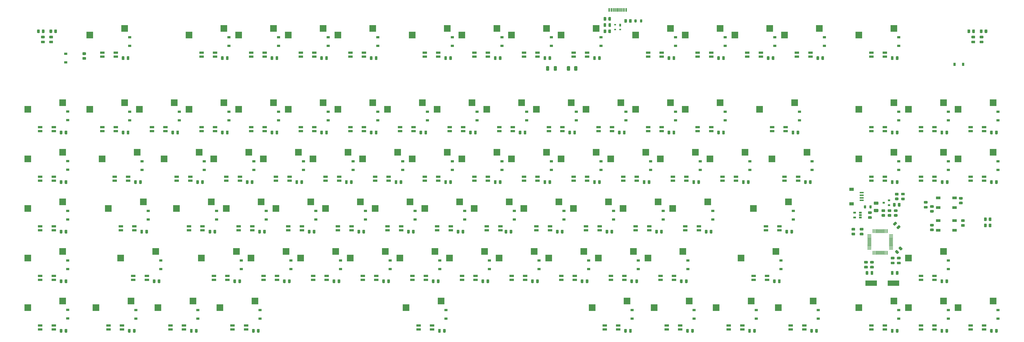
<source format=gbp>
%TF.GenerationSoftware,KiCad,Pcbnew,(5.1.10)-1*%
%TF.CreationDate,2021-11-26T21:30:33-05:00*%
%TF.ProjectId,custom_keyboard (f303),63757374-6f6d-45f6-9b65-79626f617264,rev?*%
%TF.SameCoordinates,Original*%
%TF.FileFunction,Paste,Bot*%
%TF.FilePolarity,Positive*%
%FSLAX46Y46*%
G04 Gerber Fmt 4.6, Leading zero omitted, Abs format (unit mm)*
G04 Created by KiCad (PCBNEW (5.1.10)-1) date 2021-11-26 21:30:33*
%MOMM*%
%LPD*%
G01*
G04 APERTURE LIST*
%ADD10R,2.550000X2.500000*%
%ADD11R,1.800000X0.900000*%
%ADD12R,0.600000X1.450000*%
%ADD13R,0.300000X1.450000*%
%ADD14R,0.700000X1.000000*%
%ADD15R,0.700000X0.600000*%
%ADD16R,4.500000X2.000000*%
%ADD17R,1.060000X0.650000*%
%ADD18R,0.900000X0.800000*%
%ADD19R,1.800000X1.100000*%
%ADD20R,1.800000X1.200000*%
%ADD21R,1.550000X0.600000*%
%ADD22R,0.900000X1.200000*%
%ADD23R,1.200000X0.900000*%
G04 APERTURE END LIST*
D10*
%TO.C,MX29*%
X362454200Y-194297600D03*
X375879200Y-191757600D03*
D11*
X367264200Y-201137600D03*
X367264200Y-202637600D03*
X372464200Y-201137600D03*
X372464200Y-202637600D03*
%TD*%
D12*
%TO.C,USB1*%
X311180600Y-156116900D03*
X304730600Y-156116900D03*
X310405600Y-156116900D03*
X305505600Y-156116900D03*
D13*
X306205600Y-156116900D03*
X309705600Y-156116900D03*
X306705600Y-156116900D03*
X309205600Y-156116900D03*
X307205600Y-156116900D03*
X308705600Y-156116900D03*
X308205600Y-156116900D03*
X307705600Y-156116900D03*
%TD*%
D14*
%TO.C,U2*%
X308955600Y-161958500D03*
D15*
X306955600Y-161758500D03*
X308955600Y-163658500D03*
X306955600Y-163658500D03*
%TD*%
%TO.C,R13*%
G36*
G01*
X303587100Y-159083699D02*
X303587100Y-159983701D01*
G75*
G02*
X303337101Y-160233700I-249999J0D01*
G01*
X302812099Y-160233700D01*
G75*
G02*
X302562100Y-159983701I0J249999D01*
G01*
X302562100Y-159083699D01*
G75*
G02*
X302812099Y-158833700I249999J0D01*
G01*
X303337101Y-158833700D01*
G75*
G02*
X303587100Y-159083699I0J-249999D01*
G01*
G37*
G36*
G01*
X305412100Y-159083699D02*
X305412100Y-159983701D01*
G75*
G02*
X305162101Y-160233700I-249999J0D01*
G01*
X304637099Y-160233700D01*
G75*
G02*
X304387100Y-159983701I0J249999D01*
G01*
X304387100Y-159083699D01*
G75*
G02*
X304637099Y-158833700I249999J0D01*
G01*
X305162101Y-158833700D01*
G75*
G02*
X305412100Y-159083699I0J-249999D01*
G01*
G37*
%TD*%
%TO.C,R12*%
G36*
G01*
X312324100Y-160777401D02*
X312324100Y-159877399D01*
G75*
G02*
X312574099Y-159627400I249999J0D01*
G01*
X313099101Y-159627400D01*
G75*
G02*
X313349100Y-159877399I0J-249999D01*
G01*
X313349100Y-160777401D01*
G75*
G02*
X313099101Y-161027400I-249999J0D01*
G01*
X312574099Y-161027400D01*
G75*
G02*
X312324100Y-160777401I0J249999D01*
G01*
G37*
G36*
G01*
X310499100Y-160777401D02*
X310499100Y-159877399D01*
G75*
G02*
X310749099Y-159627400I249999J0D01*
G01*
X311274101Y-159627400D01*
G75*
G02*
X311524100Y-159877399I0J-249999D01*
G01*
X311524100Y-160777401D01*
G75*
G02*
X311274101Y-161027400I-249999J0D01*
G01*
X310749099Y-161027400D01*
G75*
G02*
X310499100Y-160777401I0J249999D01*
G01*
G37*
%TD*%
%TO.C,R8*%
G36*
G01*
X304387100Y-164745901D02*
X304387100Y-163845899D01*
G75*
G02*
X304637099Y-163595900I249999J0D01*
G01*
X305162101Y-163595900D01*
G75*
G02*
X305412100Y-163845899I0J-249999D01*
G01*
X305412100Y-164745901D01*
G75*
G02*
X305162101Y-164995900I-249999J0D01*
G01*
X304637099Y-164995900D01*
G75*
G02*
X304387100Y-164745901I0J249999D01*
G01*
G37*
G36*
G01*
X302562100Y-164745901D02*
X302562100Y-163845899D01*
G75*
G02*
X302812099Y-163595900I249999J0D01*
G01*
X303337101Y-163595900D01*
G75*
G02*
X303587100Y-163845899I0J-249999D01*
G01*
X303587100Y-164745901D01*
G75*
G02*
X303337101Y-164995900I-249999J0D01*
G01*
X302812099Y-164995900D01*
G75*
G02*
X302562100Y-164745901I0J249999D01*
G01*
G37*
%TD*%
%TO.C,FB5*%
G36*
G01*
X315267600Y-159946150D02*
X315267600Y-160708650D01*
G75*
G02*
X315048850Y-160927400I-218750J0D01*
G01*
X314611350Y-160927400D01*
G75*
G02*
X314392600Y-160708650I0J218750D01*
G01*
X314392600Y-159946150D01*
G75*
G02*
X314611350Y-159727400I218750J0D01*
G01*
X315048850Y-159727400D01*
G75*
G02*
X315267600Y-159946150I0J-218750D01*
G01*
G37*
G36*
G01*
X317392600Y-159946150D02*
X317392600Y-160708650D01*
G75*
G02*
X317173850Y-160927400I-218750J0D01*
G01*
X316736350Y-160927400D01*
G75*
G02*
X316517600Y-160708650I0J218750D01*
G01*
X316517600Y-159946150D01*
G75*
G02*
X316736350Y-159727400I218750J0D01*
G01*
X317173850Y-159727400D01*
G75*
G02*
X317392600Y-159946150I0J-218750D01*
G01*
G37*
%TD*%
%TO.C,D2*%
G36*
G01*
X303537100Y-161458550D02*
X303537100Y-162371050D01*
G75*
G02*
X303293350Y-162614800I-243750J0D01*
G01*
X302805850Y-162614800D01*
G75*
G02*
X302562100Y-162371050I0J243750D01*
G01*
X302562100Y-161458550D01*
G75*
G02*
X302805850Y-161214800I243750J0D01*
G01*
X303293350Y-161214800D01*
G75*
G02*
X303537100Y-161458550I0J-243750D01*
G01*
G37*
G36*
G01*
X305412100Y-161458550D02*
X305412100Y-162371050D01*
G75*
G02*
X305168350Y-162614800I-243750J0D01*
G01*
X304680850Y-162614800D01*
G75*
G02*
X304437100Y-162371050I0J243750D01*
G01*
X304437100Y-161458550D01*
G75*
G02*
X304680850Y-161214800I243750J0D01*
G01*
X305168350Y-161214800D01*
G75*
G02*
X305412100Y-161458550I0J-243750D01*
G01*
G37*
%TD*%
%TO.C,C1*%
G36*
G01*
X281657200Y-177932499D02*
X281657200Y-179232501D01*
G75*
G02*
X281407201Y-179482500I-249999J0D01*
G01*
X280757199Y-179482500D01*
G75*
G02*
X280507200Y-179232501I0J249999D01*
G01*
X280507200Y-177932499D01*
G75*
G02*
X280757199Y-177682500I249999J0D01*
G01*
X281407201Y-177682500D01*
G75*
G02*
X281657200Y-177932499I0J-249999D01*
G01*
G37*
G36*
G01*
X284607200Y-177932499D02*
X284607200Y-179232501D01*
G75*
G02*
X284357201Y-179482500I-249999J0D01*
G01*
X283707199Y-179482500D01*
G75*
G02*
X283457200Y-179232501I0J249999D01*
G01*
X283457200Y-177932499D01*
G75*
G02*
X283707199Y-177682500I249999J0D01*
G01*
X284357201Y-177682500D01*
G75*
G02*
X284607200Y-177932499I0J-249999D01*
G01*
G37*
%TD*%
%TO.C,F1*%
G36*
G01*
X291269200Y-179207500D02*
X291269200Y-177957500D01*
G75*
G02*
X291519200Y-177707500I250000J0D01*
G01*
X292269200Y-177707500D01*
G75*
G02*
X292519200Y-177957500I0J-250000D01*
G01*
X292519200Y-179207500D01*
G75*
G02*
X292269200Y-179457500I-250000J0D01*
G01*
X291519200Y-179457500D01*
G75*
G02*
X291269200Y-179207500I0J250000D01*
G01*
G37*
G36*
G01*
X288469200Y-179207500D02*
X288469200Y-177957500D01*
G75*
G02*
X288719200Y-177707500I250000J0D01*
G01*
X289469200Y-177707500D01*
G75*
G02*
X289719200Y-177957500I0J-250000D01*
G01*
X289719200Y-179207500D01*
G75*
G02*
X289469200Y-179457500I-250000J0D01*
G01*
X288719200Y-179457500D01*
G75*
G02*
X288469200Y-179207500I0J250000D01*
G01*
G37*
%TD*%
%TO.C,R3*%
G36*
G01*
X409496049Y-234541500D02*
X410396051Y-234541500D01*
G75*
G02*
X410646050Y-234791499I0J-249999D01*
G01*
X410646050Y-235316501D01*
G75*
G02*
X410396051Y-235566500I-249999J0D01*
G01*
X409496049Y-235566500D01*
G75*
G02*
X409246050Y-235316501I0J249999D01*
G01*
X409246050Y-234791499D01*
G75*
G02*
X409496049Y-234541500I249999J0D01*
G01*
G37*
G36*
G01*
X409496049Y-232716500D02*
X410396051Y-232716500D01*
G75*
G02*
X410646050Y-232966499I0J-249999D01*
G01*
X410646050Y-233491501D01*
G75*
G02*
X410396051Y-233741500I-249999J0D01*
G01*
X409496049Y-233741500D01*
G75*
G02*
X409246050Y-233491501I0J249999D01*
G01*
X409246050Y-232966499D01*
G75*
G02*
X409496049Y-232716500I249999J0D01*
G01*
G37*
%TD*%
D16*
%TO.C,Y2*%
X405299200Y-261127300D03*
X413799200Y-261127300D03*
%TD*%
%TO.C,U14*%
G36*
G01*
X413580500Y-248153300D02*
X412255500Y-248153300D01*
G75*
G02*
X412180500Y-248078300I0J75000D01*
G01*
X412180500Y-247928300D01*
G75*
G02*
X412255500Y-247853300I75000J0D01*
G01*
X413580500Y-247853300D01*
G75*
G02*
X413655500Y-247928300I0J-75000D01*
G01*
X413655500Y-248078300D01*
G75*
G02*
X413580500Y-248153300I-75000J0D01*
G01*
G37*
G36*
G01*
X413580500Y-247653300D02*
X412255500Y-247653300D01*
G75*
G02*
X412180500Y-247578300I0J75000D01*
G01*
X412180500Y-247428300D01*
G75*
G02*
X412255500Y-247353300I75000J0D01*
G01*
X413580500Y-247353300D01*
G75*
G02*
X413655500Y-247428300I0J-75000D01*
G01*
X413655500Y-247578300D01*
G75*
G02*
X413580500Y-247653300I-75000J0D01*
G01*
G37*
G36*
G01*
X413580500Y-247153300D02*
X412255500Y-247153300D01*
G75*
G02*
X412180500Y-247078300I0J75000D01*
G01*
X412180500Y-246928300D01*
G75*
G02*
X412255500Y-246853300I75000J0D01*
G01*
X413580500Y-246853300D01*
G75*
G02*
X413655500Y-246928300I0J-75000D01*
G01*
X413655500Y-247078300D01*
G75*
G02*
X413580500Y-247153300I-75000J0D01*
G01*
G37*
G36*
G01*
X413580500Y-246653300D02*
X412255500Y-246653300D01*
G75*
G02*
X412180500Y-246578300I0J75000D01*
G01*
X412180500Y-246428300D01*
G75*
G02*
X412255500Y-246353300I75000J0D01*
G01*
X413580500Y-246353300D01*
G75*
G02*
X413655500Y-246428300I0J-75000D01*
G01*
X413655500Y-246578300D01*
G75*
G02*
X413580500Y-246653300I-75000J0D01*
G01*
G37*
G36*
G01*
X413580500Y-246153300D02*
X412255500Y-246153300D01*
G75*
G02*
X412180500Y-246078300I0J75000D01*
G01*
X412180500Y-245928300D01*
G75*
G02*
X412255500Y-245853300I75000J0D01*
G01*
X413580500Y-245853300D01*
G75*
G02*
X413655500Y-245928300I0J-75000D01*
G01*
X413655500Y-246078300D01*
G75*
G02*
X413580500Y-246153300I-75000J0D01*
G01*
G37*
G36*
G01*
X413580500Y-245653300D02*
X412255500Y-245653300D01*
G75*
G02*
X412180500Y-245578300I0J75000D01*
G01*
X412180500Y-245428300D01*
G75*
G02*
X412255500Y-245353300I75000J0D01*
G01*
X413580500Y-245353300D01*
G75*
G02*
X413655500Y-245428300I0J-75000D01*
G01*
X413655500Y-245578300D01*
G75*
G02*
X413580500Y-245653300I-75000J0D01*
G01*
G37*
G36*
G01*
X413580500Y-245153300D02*
X412255500Y-245153300D01*
G75*
G02*
X412180500Y-245078300I0J75000D01*
G01*
X412180500Y-244928300D01*
G75*
G02*
X412255500Y-244853300I75000J0D01*
G01*
X413580500Y-244853300D01*
G75*
G02*
X413655500Y-244928300I0J-75000D01*
G01*
X413655500Y-245078300D01*
G75*
G02*
X413580500Y-245153300I-75000J0D01*
G01*
G37*
G36*
G01*
X413580500Y-244653300D02*
X412255500Y-244653300D01*
G75*
G02*
X412180500Y-244578300I0J75000D01*
G01*
X412180500Y-244428300D01*
G75*
G02*
X412255500Y-244353300I75000J0D01*
G01*
X413580500Y-244353300D01*
G75*
G02*
X413655500Y-244428300I0J-75000D01*
G01*
X413655500Y-244578300D01*
G75*
G02*
X413580500Y-244653300I-75000J0D01*
G01*
G37*
G36*
G01*
X413580500Y-244153300D02*
X412255500Y-244153300D01*
G75*
G02*
X412180500Y-244078300I0J75000D01*
G01*
X412180500Y-243928300D01*
G75*
G02*
X412255500Y-243853300I75000J0D01*
G01*
X413580500Y-243853300D01*
G75*
G02*
X413655500Y-243928300I0J-75000D01*
G01*
X413655500Y-244078300D01*
G75*
G02*
X413580500Y-244153300I-75000J0D01*
G01*
G37*
G36*
G01*
X413580500Y-243653300D02*
X412255500Y-243653300D01*
G75*
G02*
X412180500Y-243578300I0J75000D01*
G01*
X412180500Y-243428300D01*
G75*
G02*
X412255500Y-243353300I75000J0D01*
G01*
X413580500Y-243353300D01*
G75*
G02*
X413655500Y-243428300I0J-75000D01*
G01*
X413655500Y-243578300D01*
G75*
G02*
X413580500Y-243653300I-75000J0D01*
G01*
G37*
G36*
G01*
X413580500Y-243153300D02*
X412255500Y-243153300D01*
G75*
G02*
X412180500Y-243078300I0J75000D01*
G01*
X412180500Y-242928300D01*
G75*
G02*
X412255500Y-242853300I75000J0D01*
G01*
X413580500Y-242853300D01*
G75*
G02*
X413655500Y-242928300I0J-75000D01*
G01*
X413655500Y-243078300D01*
G75*
G02*
X413580500Y-243153300I-75000J0D01*
G01*
G37*
G36*
G01*
X413580500Y-242653300D02*
X412255500Y-242653300D01*
G75*
G02*
X412180500Y-242578300I0J75000D01*
G01*
X412180500Y-242428300D01*
G75*
G02*
X412255500Y-242353300I75000J0D01*
G01*
X413580500Y-242353300D01*
G75*
G02*
X413655500Y-242428300I0J-75000D01*
G01*
X413655500Y-242578300D01*
G75*
G02*
X413580500Y-242653300I-75000J0D01*
G01*
G37*
G36*
G01*
X411580500Y-241828300D02*
X411430500Y-241828300D01*
G75*
G02*
X411355500Y-241753300I0J75000D01*
G01*
X411355500Y-240428300D01*
G75*
G02*
X411430500Y-240353300I75000J0D01*
G01*
X411580500Y-240353300D01*
G75*
G02*
X411655500Y-240428300I0J-75000D01*
G01*
X411655500Y-241753300D01*
G75*
G02*
X411580500Y-241828300I-75000J0D01*
G01*
G37*
G36*
G01*
X411080500Y-241828300D02*
X410930500Y-241828300D01*
G75*
G02*
X410855500Y-241753300I0J75000D01*
G01*
X410855500Y-240428300D01*
G75*
G02*
X410930500Y-240353300I75000J0D01*
G01*
X411080500Y-240353300D01*
G75*
G02*
X411155500Y-240428300I0J-75000D01*
G01*
X411155500Y-241753300D01*
G75*
G02*
X411080500Y-241828300I-75000J0D01*
G01*
G37*
G36*
G01*
X410580500Y-241828300D02*
X410430500Y-241828300D01*
G75*
G02*
X410355500Y-241753300I0J75000D01*
G01*
X410355500Y-240428300D01*
G75*
G02*
X410430500Y-240353300I75000J0D01*
G01*
X410580500Y-240353300D01*
G75*
G02*
X410655500Y-240428300I0J-75000D01*
G01*
X410655500Y-241753300D01*
G75*
G02*
X410580500Y-241828300I-75000J0D01*
G01*
G37*
G36*
G01*
X410080500Y-241828300D02*
X409930500Y-241828300D01*
G75*
G02*
X409855500Y-241753300I0J75000D01*
G01*
X409855500Y-240428300D01*
G75*
G02*
X409930500Y-240353300I75000J0D01*
G01*
X410080500Y-240353300D01*
G75*
G02*
X410155500Y-240428300I0J-75000D01*
G01*
X410155500Y-241753300D01*
G75*
G02*
X410080500Y-241828300I-75000J0D01*
G01*
G37*
G36*
G01*
X409580500Y-241828300D02*
X409430500Y-241828300D01*
G75*
G02*
X409355500Y-241753300I0J75000D01*
G01*
X409355500Y-240428300D01*
G75*
G02*
X409430500Y-240353300I75000J0D01*
G01*
X409580500Y-240353300D01*
G75*
G02*
X409655500Y-240428300I0J-75000D01*
G01*
X409655500Y-241753300D01*
G75*
G02*
X409580500Y-241828300I-75000J0D01*
G01*
G37*
G36*
G01*
X409080500Y-241828300D02*
X408930500Y-241828300D01*
G75*
G02*
X408855500Y-241753300I0J75000D01*
G01*
X408855500Y-240428300D01*
G75*
G02*
X408930500Y-240353300I75000J0D01*
G01*
X409080500Y-240353300D01*
G75*
G02*
X409155500Y-240428300I0J-75000D01*
G01*
X409155500Y-241753300D01*
G75*
G02*
X409080500Y-241828300I-75000J0D01*
G01*
G37*
G36*
G01*
X408580500Y-241828300D02*
X408430500Y-241828300D01*
G75*
G02*
X408355500Y-241753300I0J75000D01*
G01*
X408355500Y-240428300D01*
G75*
G02*
X408430500Y-240353300I75000J0D01*
G01*
X408580500Y-240353300D01*
G75*
G02*
X408655500Y-240428300I0J-75000D01*
G01*
X408655500Y-241753300D01*
G75*
G02*
X408580500Y-241828300I-75000J0D01*
G01*
G37*
G36*
G01*
X408080500Y-241828300D02*
X407930500Y-241828300D01*
G75*
G02*
X407855500Y-241753300I0J75000D01*
G01*
X407855500Y-240428300D01*
G75*
G02*
X407930500Y-240353300I75000J0D01*
G01*
X408080500Y-240353300D01*
G75*
G02*
X408155500Y-240428300I0J-75000D01*
G01*
X408155500Y-241753300D01*
G75*
G02*
X408080500Y-241828300I-75000J0D01*
G01*
G37*
G36*
G01*
X407580500Y-241828300D02*
X407430500Y-241828300D01*
G75*
G02*
X407355500Y-241753300I0J75000D01*
G01*
X407355500Y-240428300D01*
G75*
G02*
X407430500Y-240353300I75000J0D01*
G01*
X407580500Y-240353300D01*
G75*
G02*
X407655500Y-240428300I0J-75000D01*
G01*
X407655500Y-241753300D01*
G75*
G02*
X407580500Y-241828300I-75000J0D01*
G01*
G37*
G36*
G01*
X407080500Y-241828300D02*
X406930500Y-241828300D01*
G75*
G02*
X406855500Y-241753300I0J75000D01*
G01*
X406855500Y-240428300D01*
G75*
G02*
X406930500Y-240353300I75000J0D01*
G01*
X407080500Y-240353300D01*
G75*
G02*
X407155500Y-240428300I0J-75000D01*
G01*
X407155500Y-241753300D01*
G75*
G02*
X407080500Y-241828300I-75000J0D01*
G01*
G37*
G36*
G01*
X406580500Y-241828300D02*
X406430500Y-241828300D01*
G75*
G02*
X406355500Y-241753300I0J75000D01*
G01*
X406355500Y-240428300D01*
G75*
G02*
X406430500Y-240353300I75000J0D01*
G01*
X406580500Y-240353300D01*
G75*
G02*
X406655500Y-240428300I0J-75000D01*
G01*
X406655500Y-241753300D01*
G75*
G02*
X406580500Y-241828300I-75000J0D01*
G01*
G37*
G36*
G01*
X406080500Y-241828300D02*
X405930500Y-241828300D01*
G75*
G02*
X405855500Y-241753300I0J75000D01*
G01*
X405855500Y-240428300D01*
G75*
G02*
X405930500Y-240353300I75000J0D01*
G01*
X406080500Y-240353300D01*
G75*
G02*
X406155500Y-240428300I0J-75000D01*
G01*
X406155500Y-241753300D01*
G75*
G02*
X406080500Y-241828300I-75000J0D01*
G01*
G37*
G36*
G01*
X405255500Y-242653300D02*
X403930500Y-242653300D01*
G75*
G02*
X403855500Y-242578300I0J75000D01*
G01*
X403855500Y-242428300D01*
G75*
G02*
X403930500Y-242353300I75000J0D01*
G01*
X405255500Y-242353300D01*
G75*
G02*
X405330500Y-242428300I0J-75000D01*
G01*
X405330500Y-242578300D01*
G75*
G02*
X405255500Y-242653300I-75000J0D01*
G01*
G37*
G36*
G01*
X405255500Y-243153300D02*
X403930500Y-243153300D01*
G75*
G02*
X403855500Y-243078300I0J75000D01*
G01*
X403855500Y-242928300D01*
G75*
G02*
X403930500Y-242853300I75000J0D01*
G01*
X405255500Y-242853300D01*
G75*
G02*
X405330500Y-242928300I0J-75000D01*
G01*
X405330500Y-243078300D01*
G75*
G02*
X405255500Y-243153300I-75000J0D01*
G01*
G37*
G36*
G01*
X405255500Y-243653300D02*
X403930500Y-243653300D01*
G75*
G02*
X403855500Y-243578300I0J75000D01*
G01*
X403855500Y-243428300D01*
G75*
G02*
X403930500Y-243353300I75000J0D01*
G01*
X405255500Y-243353300D01*
G75*
G02*
X405330500Y-243428300I0J-75000D01*
G01*
X405330500Y-243578300D01*
G75*
G02*
X405255500Y-243653300I-75000J0D01*
G01*
G37*
G36*
G01*
X405255500Y-244153300D02*
X403930500Y-244153300D01*
G75*
G02*
X403855500Y-244078300I0J75000D01*
G01*
X403855500Y-243928300D01*
G75*
G02*
X403930500Y-243853300I75000J0D01*
G01*
X405255500Y-243853300D01*
G75*
G02*
X405330500Y-243928300I0J-75000D01*
G01*
X405330500Y-244078300D01*
G75*
G02*
X405255500Y-244153300I-75000J0D01*
G01*
G37*
G36*
G01*
X405255500Y-244653300D02*
X403930500Y-244653300D01*
G75*
G02*
X403855500Y-244578300I0J75000D01*
G01*
X403855500Y-244428300D01*
G75*
G02*
X403930500Y-244353300I75000J0D01*
G01*
X405255500Y-244353300D01*
G75*
G02*
X405330500Y-244428300I0J-75000D01*
G01*
X405330500Y-244578300D01*
G75*
G02*
X405255500Y-244653300I-75000J0D01*
G01*
G37*
G36*
G01*
X405255500Y-245153300D02*
X403930500Y-245153300D01*
G75*
G02*
X403855500Y-245078300I0J75000D01*
G01*
X403855500Y-244928300D01*
G75*
G02*
X403930500Y-244853300I75000J0D01*
G01*
X405255500Y-244853300D01*
G75*
G02*
X405330500Y-244928300I0J-75000D01*
G01*
X405330500Y-245078300D01*
G75*
G02*
X405255500Y-245153300I-75000J0D01*
G01*
G37*
G36*
G01*
X405255500Y-245653300D02*
X403930500Y-245653300D01*
G75*
G02*
X403855500Y-245578300I0J75000D01*
G01*
X403855500Y-245428300D01*
G75*
G02*
X403930500Y-245353300I75000J0D01*
G01*
X405255500Y-245353300D01*
G75*
G02*
X405330500Y-245428300I0J-75000D01*
G01*
X405330500Y-245578300D01*
G75*
G02*
X405255500Y-245653300I-75000J0D01*
G01*
G37*
G36*
G01*
X405255500Y-246153300D02*
X403930500Y-246153300D01*
G75*
G02*
X403855500Y-246078300I0J75000D01*
G01*
X403855500Y-245928300D01*
G75*
G02*
X403930500Y-245853300I75000J0D01*
G01*
X405255500Y-245853300D01*
G75*
G02*
X405330500Y-245928300I0J-75000D01*
G01*
X405330500Y-246078300D01*
G75*
G02*
X405255500Y-246153300I-75000J0D01*
G01*
G37*
G36*
G01*
X405255500Y-246653300D02*
X403930500Y-246653300D01*
G75*
G02*
X403855500Y-246578300I0J75000D01*
G01*
X403855500Y-246428300D01*
G75*
G02*
X403930500Y-246353300I75000J0D01*
G01*
X405255500Y-246353300D01*
G75*
G02*
X405330500Y-246428300I0J-75000D01*
G01*
X405330500Y-246578300D01*
G75*
G02*
X405255500Y-246653300I-75000J0D01*
G01*
G37*
G36*
G01*
X405255500Y-247153300D02*
X403930500Y-247153300D01*
G75*
G02*
X403855500Y-247078300I0J75000D01*
G01*
X403855500Y-246928300D01*
G75*
G02*
X403930500Y-246853300I75000J0D01*
G01*
X405255500Y-246853300D01*
G75*
G02*
X405330500Y-246928300I0J-75000D01*
G01*
X405330500Y-247078300D01*
G75*
G02*
X405255500Y-247153300I-75000J0D01*
G01*
G37*
G36*
G01*
X405255500Y-247653300D02*
X403930500Y-247653300D01*
G75*
G02*
X403855500Y-247578300I0J75000D01*
G01*
X403855500Y-247428300D01*
G75*
G02*
X403930500Y-247353300I75000J0D01*
G01*
X405255500Y-247353300D01*
G75*
G02*
X405330500Y-247428300I0J-75000D01*
G01*
X405330500Y-247578300D01*
G75*
G02*
X405255500Y-247653300I-75000J0D01*
G01*
G37*
G36*
G01*
X405255500Y-248153300D02*
X403930500Y-248153300D01*
G75*
G02*
X403855500Y-248078300I0J75000D01*
G01*
X403855500Y-247928300D01*
G75*
G02*
X403930500Y-247853300I75000J0D01*
G01*
X405255500Y-247853300D01*
G75*
G02*
X405330500Y-247928300I0J-75000D01*
G01*
X405330500Y-248078300D01*
G75*
G02*
X405255500Y-248153300I-75000J0D01*
G01*
G37*
G36*
G01*
X406080500Y-250153300D02*
X405930500Y-250153300D01*
G75*
G02*
X405855500Y-250078300I0J75000D01*
G01*
X405855500Y-248753300D01*
G75*
G02*
X405930500Y-248678300I75000J0D01*
G01*
X406080500Y-248678300D01*
G75*
G02*
X406155500Y-248753300I0J-75000D01*
G01*
X406155500Y-250078300D01*
G75*
G02*
X406080500Y-250153300I-75000J0D01*
G01*
G37*
G36*
G01*
X406580500Y-250153300D02*
X406430500Y-250153300D01*
G75*
G02*
X406355500Y-250078300I0J75000D01*
G01*
X406355500Y-248753300D01*
G75*
G02*
X406430500Y-248678300I75000J0D01*
G01*
X406580500Y-248678300D01*
G75*
G02*
X406655500Y-248753300I0J-75000D01*
G01*
X406655500Y-250078300D01*
G75*
G02*
X406580500Y-250153300I-75000J0D01*
G01*
G37*
G36*
G01*
X407080500Y-250153300D02*
X406930500Y-250153300D01*
G75*
G02*
X406855500Y-250078300I0J75000D01*
G01*
X406855500Y-248753300D01*
G75*
G02*
X406930500Y-248678300I75000J0D01*
G01*
X407080500Y-248678300D01*
G75*
G02*
X407155500Y-248753300I0J-75000D01*
G01*
X407155500Y-250078300D01*
G75*
G02*
X407080500Y-250153300I-75000J0D01*
G01*
G37*
G36*
G01*
X407580500Y-250153300D02*
X407430500Y-250153300D01*
G75*
G02*
X407355500Y-250078300I0J75000D01*
G01*
X407355500Y-248753300D01*
G75*
G02*
X407430500Y-248678300I75000J0D01*
G01*
X407580500Y-248678300D01*
G75*
G02*
X407655500Y-248753300I0J-75000D01*
G01*
X407655500Y-250078300D01*
G75*
G02*
X407580500Y-250153300I-75000J0D01*
G01*
G37*
G36*
G01*
X408080500Y-250153300D02*
X407930500Y-250153300D01*
G75*
G02*
X407855500Y-250078300I0J75000D01*
G01*
X407855500Y-248753300D01*
G75*
G02*
X407930500Y-248678300I75000J0D01*
G01*
X408080500Y-248678300D01*
G75*
G02*
X408155500Y-248753300I0J-75000D01*
G01*
X408155500Y-250078300D01*
G75*
G02*
X408080500Y-250153300I-75000J0D01*
G01*
G37*
G36*
G01*
X408580500Y-250153300D02*
X408430500Y-250153300D01*
G75*
G02*
X408355500Y-250078300I0J75000D01*
G01*
X408355500Y-248753300D01*
G75*
G02*
X408430500Y-248678300I75000J0D01*
G01*
X408580500Y-248678300D01*
G75*
G02*
X408655500Y-248753300I0J-75000D01*
G01*
X408655500Y-250078300D01*
G75*
G02*
X408580500Y-250153300I-75000J0D01*
G01*
G37*
G36*
G01*
X409080500Y-250153300D02*
X408930500Y-250153300D01*
G75*
G02*
X408855500Y-250078300I0J75000D01*
G01*
X408855500Y-248753300D01*
G75*
G02*
X408930500Y-248678300I75000J0D01*
G01*
X409080500Y-248678300D01*
G75*
G02*
X409155500Y-248753300I0J-75000D01*
G01*
X409155500Y-250078300D01*
G75*
G02*
X409080500Y-250153300I-75000J0D01*
G01*
G37*
G36*
G01*
X409580500Y-250153300D02*
X409430500Y-250153300D01*
G75*
G02*
X409355500Y-250078300I0J75000D01*
G01*
X409355500Y-248753300D01*
G75*
G02*
X409430500Y-248678300I75000J0D01*
G01*
X409580500Y-248678300D01*
G75*
G02*
X409655500Y-248753300I0J-75000D01*
G01*
X409655500Y-250078300D01*
G75*
G02*
X409580500Y-250153300I-75000J0D01*
G01*
G37*
G36*
G01*
X410080500Y-250153300D02*
X409930500Y-250153300D01*
G75*
G02*
X409855500Y-250078300I0J75000D01*
G01*
X409855500Y-248753300D01*
G75*
G02*
X409930500Y-248678300I75000J0D01*
G01*
X410080500Y-248678300D01*
G75*
G02*
X410155500Y-248753300I0J-75000D01*
G01*
X410155500Y-250078300D01*
G75*
G02*
X410080500Y-250153300I-75000J0D01*
G01*
G37*
G36*
G01*
X410580500Y-250153300D02*
X410430500Y-250153300D01*
G75*
G02*
X410355500Y-250078300I0J75000D01*
G01*
X410355500Y-248753300D01*
G75*
G02*
X410430500Y-248678300I75000J0D01*
G01*
X410580500Y-248678300D01*
G75*
G02*
X410655500Y-248753300I0J-75000D01*
G01*
X410655500Y-250078300D01*
G75*
G02*
X410580500Y-250153300I-75000J0D01*
G01*
G37*
G36*
G01*
X411080500Y-250153300D02*
X410930500Y-250153300D01*
G75*
G02*
X410855500Y-250078300I0J75000D01*
G01*
X410855500Y-248753300D01*
G75*
G02*
X410930500Y-248678300I75000J0D01*
G01*
X411080500Y-248678300D01*
G75*
G02*
X411155500Y-248753300I0J-75000D01*
G01*
X411155500Y-250078300D01*
G75*
G02*
X411080500Y-250153300I-75000J0D01*
G01*
G37*
G36*
G01*
X411580500Y-250153300D02*
X411430500Y-250153300D01*
G75*
G02*
X411355500Y-250078300I0J75000D01*
G01*
X411355500Y-248753300D01*
G75*
G02*
X411430500Y-248678300I75000J0D01*
G01*
X411580500Y-248678300D01*
G75*
G02*
X411655500Y-248753300I0J-75000D01*
G01*
X411655500Y-250078300D01*
G75*
G02*
X411580500Y-250153300I-75000J0D01*
G01*
G37*
%TD*%
D17*
%TO.C,U13*%
X401124800Y-233985200D03*
X401124800Y-234935200D03*
X401124800Y-235885200D03*
X398924800Y-235885200D03*
X398924800Y-233985200D03*
%TD*%
D18*
%TO.C,U12*%
X410136600Y-230173000D03*
X412136600Y-231123000D03*
X412136600Y-229223000D03*
%TD*%
D19*
%TO.C,SW2*%
X431053900Y-237053700D03*
X437253900Y-240753700D03*
X431053900Y-240753700D03*
X437253900Y-237053700D03*
%TD*%
%TO.C,SW1*%
X431053900Y-228323000D03*
X437253900Y-232023000D03*
X431053900Y-232023000D03*
X437253900Y-228323000D03*
%TD*%
%TO.C,R64*%
G36*
G01*
X415555101Y-227391900D02*
X414655099Y-227391900D01*
G75*
G02*
X414405100Y-227141901I0J249999D01*
G01*
X414405100Y-226616899D01*
G75*
G02*
X414655099Y-226366900I249999J0D01*
G01*
X415555101Y-226366900D01*
G75*
G02*
X415805100Y-226616899I0J-249999D01*
G01*
X415805100Y-227141901D01*
G75*
G02*
X415555101Y-227391900I-249999J0D01*
G01*
G37*
G36*
G01*
X415555101Y-229216900D02*
X414655099Y-229216900D01*
G75*
G02*
X414405100Y-228966901I0J249999D01*
G01*
X414405100Y-228441899D01*
G75*
G02*
X414655099Y-228191900I249999J0D01*
G01*
X415555101Y-228191900D01*
G75*
G02*
X415805100Y-228441899I0J-249999D01*
G01*
X415805100Y-228966901D01*
G75*
G02*
X415555101Y-229216900I-249999J0D01*
G01*
G37*
%TD*%
%TO.C,R58*%
G36*
G01*
X414258249Y-234541500D02*
X415158251Y-234541500D01*
G75*
G02*
X415408250Y-234791499I0J-249999D01*
G01*
X415408250Y-235316501D01*
G75*
G02*
X415158251Y-235566500I-249999J0D01*
G01*
X414258249Y-235566500D01*
G75*
G02*
X414008250Y-235316501I0J249999D01*
G01*
X414008250Y-234791499D01*
G75*
G02*
X414258249Y-234541500I249999J0D01*
G01*
G37*
G36*
G01*
X414258249Y-232716500D02*
X415158251Y-232716500D01*
G75*
G02*
X415408250Y-232966499I0J-249999D01*
G01*
X415408250Y-233491501D01*
G75*
G02*
X415158251Y-233741500I-249999J0D01*
G01*
X414258249Y-233741500D01*
G75*
G02*
X414008250Y-233491501I0J249999D01*
G01*
X414008250Y-232966499D01*
G75*
G02*
X414258249Y-232716500I249999J0D01*
G01*
G37*
%TD*%
%TO.C,R27*%
G36*
G01*
X397987399Y-241684800D02*
X398887401Y-241684800D01*
G75*
G02*
X399137400Y-241934799I0J-249999D01*
G01*
X399137400Y-242459801D01*
G75*
G02*
X398887401Y-242709800I-249999J0D01*
G01*
X397987399Y-242709800D01*
G75*
G02*
X397737400Y-242459801I0J249999D01*
G01*
X397737400Y-241934799D01*
G75*
G02*
X397987399Y-241684800I249999J0D01*
G01*
G37*
G36*
G01*
X397987399Y-239859800D02*
X398887401Y-239859800D01*
G75*
G02*
X399137400Y-240109799I0J-249999D01*
G01*
X399137400Y-240634801D01*
G75*
G02*
X398887401Y-240884800I-249999J0D01*
G01*
X397987399Y-240884800D01*
G75*
G02*
X397737400Y-240634801I0J249999D01*
G01*
X397737400Y-240109799D01*
G75*
G02*
X397987399Y-239859800I249999J0D01*
G01*
G37*
%TD*%
%TO.C,R25*%
G36*
G01*
X429048001Y-239297400D02*
X428147999Y-239297400D01*
G75*
G02*
X427898000Y-239047401I0J249999D01*
G01*
X427898000Y-238522399D01*
G75*
G02*
X428147999Y-238272400I249999J0D01*
G01*
X429048001Y-238272400D01*
G75*
G02*
X429298000Y-238522399I0J-249999D01*
G01*
X429298000Y-239047401D01*
G75*
G02*
X429048001Y-239297400I-249999J0D01*
G01*
G37*
G36*
G01*
X429048001Y-241122400D02*
X428147999Y-241122400D01*
G75*
G02*
X427898000Y-240872401I0J249999D01*
G01*
X427898000Y-240347399D01*
G75*
G02*
X428147999Y-240097400I249999J0D01*
G01*
X429048001Y-240097400D01*
G75*
G02*
X429298000Y-240347399I0J-249999D01*
G01*
X429298000Y-240872401D01*
G75*
G02*
X429048001Y-241122400I-249999J0D01*
G01*
G37*
%TD*%
%TO.C,R24*%
G36*
G01*
X440159801Y-228979300D02*
X439259799Y-228979300D01*
G75*
G02*
X439009800Y-228729301I0J249999D01*
G01*
X439009800Y-228204299D01*
G75*
G02*
X439259799Y-227954300I249999J0D01*
G01*
X440159801Y-227954300D01*
G75*
G02*
X440409800Y-228204299I0J-249999D01*
G01*
X440409800Y-228729301D01*
G75*
G02*
X440159801Y-228979300I-249999J0D01*
G01*
G37*
G36*
G01*
X440159801Y-230804300D02*
X439259799Y-230804300D01*
G75*
G02*
X439009800Y-230554301I0J249999D01*
G01*
X439009800Y-230029299D01*
G75*
G02*
X439259799Y-229779300I249999J0D01*
G01*
X440159801Y-229779300D01*
G75*
G02*
X440409800Y-230029299I0J-249999D01*
G01*
X440409800Y-230554301D01*
G75*
G02*
X440159801Y-230804300I-249999J0D01*
G01*
G37*
%TD*%
%TO.C,R22*%
G36*
G01*
X429048001Y-232154100D02*
X428147999Y-232154100D01*
G75*
G02*
X427898000Y-231904101I0J249999D01*
G01*
X427898000Y-231379099D01*
G75*
G02*
X428147999Y-231129100I249999J0D01*
G01*
X429048001Y-231129100D01*
G75*
G02*
X429298000Y-231379099I0J-249999D01*
G01*
X429298000Y-231904101D01*
G75*
G02*
X429048001Y-232154100I-249999J0D01*
G01*
G37*
G36*
G01*
X429048001Y-233979100D02*
X428147999Y-233979100D01*
G75*
G02*
X427898000Y-233729101I0J249999D01*
G01*
X427898000Y-233204099D01*
G75*
G02*
X428147999Y-232954100I249999J0D01*
G01*
X429048001Y-232954100D01*
G75*
G02*
X429298000Y-233204099I0J-249999D01*
G01*
X429298000Y-233729101D01*
G75*
G02*
X429048001Y-233979100I-249999J0D01*
G01*
G37*
%TD*%
%TO.C,R19*%
G36*
G01*
X440953501Y-237591200D02*
X440053499Y-237591200D01*
G75*
G02*
X439803500Y-237341201I0J249999D01*
G01*
X439803500Y-236816199D01*
G75*
G02*
X440053499Y-236566200I249999J0D01*
G01*
X440953501Y-236566200D01*
G75*
G02*
X441203500Y-236816199I0J-249999D01*
G01*
X441203500Y-237341201D01*
G75*
G02*
X440953501Y-237591200I-249999J0D01*
G01*
G37*
G36*
G01*
X440953501Y-239416200D02*
X440053499Y-239416200D01*
G75*
G02*
X439803500Y-239166201I0J249999D01*
G01*
X439803500Y-238641199D01*
G75*
G02*
X440053499Y-238391200I249999J0D01*
G01*
X440953501Y-238391200D01*
G75*
G02*
X441203500Y-238641199I0J-249999D01*
G01*
X441203500Y-239166201D01*
G75*
G02*
X440953501Y-239416200I-249999J0D01*
G01*
G37*
%TD*%
D20*
%TO.C,J2*%
X397750000Y-224991900D03*
X397750000Y-230591900D03*
D21*
X401625000Y-229291900D03*
X401625000Y-228291900D03*
X401625000Y-226291900D03*
X401625000Y-227291900D03*
%TD*%
%TO.C,FB15*%
G36*
G01*
X403368300Y-231379150D02*
X403368300Y-232141650D01*
G75*
G02*
X403149550Y-232360400I-218750J0D01*
G01*
X402712050Y-232360400D01*
G75*
G02*
X402493300Y-232141650I0J218750D01*
G01*
X402493300Y-231379150D01*
G75*
G02*
X402712050Y-231160400I218750J0D01*
G01*
X403149550Y-231160400D01*
G75*
G02*
X403368300Y-231379150I0J-218750D01*
G01*
G37*
G36*
G01*
X405493300Y-231379150D02*
X405493300Y-232141650D01*
G75*
G02*
X405274550Y-232360400I-218750J0D01*
G01*
X404837050Y-232360400D01*
G75*
G02*
X404618300Y-232141650I0J218750D01*
G01*
X404618300Y-231379150D01*
G75*
G02*
X404837050Y-231160400I218750J0D01*
G01*
X405274550Y-231160400D01*
G75*
G02*
X405493300Y-231379150I0J-218750D01*
G01*
G37*
%TD*%
%TO.C,F8*%
G36*
G01*
X407793100Y-230985400D02*
X406543100Y-230985400D01*
G75*
G02*
X406293100Y-230735400I0J250000D01*
G01*
X406293100Y-229985400D01*
G75*
G02*
X406543100Y-229735400I250000J0D01*
G01*
X407793100Y-229735400D01*
G75*
G02*
X408043100Y-229985400I0J-250000D01*
G01*
X408043100Y-230735400D01*
G75*
G02*
X407793100Y-230985400I-250000J0D01*
G01*
G37*
G36*
G01*
X407793100Y-233785400D02*
X406543100Y-233785400D01*
G75*
G02*
X406293100Y-233535400I0J250000D01*
G01*
X406293100Y-232785400D01*
G75*
G02*
X406543100Y-232535400I250000J0D01*
G01*
X407793100Y-232535400D01*
G75*
G02*
X408043100Y-232785400I0J-250000D01*
G01*
X408043100Y-233535400D01*
G75*
G02*
X407793100Y-233785400I-250000J0D01*
G01*
G37*
%TD*%
%TO.C,D11*%
G36*
G01*
X417029950Y-228241900D02*
X417942450Y-228241900D01*
G75*
G02*
X418186200Y-228485650I0J-243750D01*
G01*
X418186200Y-228973150D01*
G75*
G02*
X417942450Y-229216900I-243750J0D01*
G01*
X417029950Y-229216900D01*
G75*
G02*
X416786200Y-228973150I0J243750D01*
G01*
X416786200Y-228485650D01*
G75*
G02*
X417029950Y-228241900I243750J0D01*
G01*
G37*
G36*
G01*
X417029950Y-226366900D02*
X417942450Y-226366900D01*
G75*
G02*
X418186200Y-226610650I0J-243750D01*
G01*
X418186200Y-227098150D01*
G75*
G02*
X417942450Y-227341900I-243750J0D01*
G01*
X417029950Y-227341900D01*
G75*
G02*
X416786200Y-227098150I0J243750D01*
G01*
X416786200Y-226610650D01*
G75*
G02*
X417029950Y-226366900I243750J0D01*
G01*
G37*
%TD*%
%TO.C,C44*%
G36*
G01*
X415555100Y-231441700D02*
X415555100Y-230491700D01*
G75*
G02*
X415805100Y-230241700I250000J0D01*
G01*
X416305100Y-230241700D01*
G75*
G02*
X416555100Y-230491700I0J-250000D01*
G01*
X416555100Y-231441700D01*
G75*
G02*
X416305100Y-231691700I-250000J0D01*
G01*
X415805100Y-231691700D01*
G75*
G02*
X415555100Y-231441700I0J250000D01*
G01*
G37*
G36*
G01*
X413655100Y-231441700D02*
X413655100Y-230491700D01*
G75*
G02*
X413905100Y-230241700I250000J0D01*
G01*
X414405100Y-230241700D01*
G75*
G02*
X414655100Y-230491700I0J-250000D01*
G01*
X414655100Y-231441700D01*
G75*
G02*
X414405100Y-231691700I-250000J0D01*
G01*
X413905100Y-231691700D01*
G75*
G02*
X413655100Y-231441700I0J250000D01*
G01*
G37*
%TD*%
%TO.C,C43*%
G36*
G01*
X404312000Y-235385200D02*
X405262000Y-235385200D01*
G75*
G02*
X405512000Y-235635200I0J-250000D01*
G01*
X405512000Y-236135200D01*
G75*
G02*
X405262000Y-236385200I-250000J0D01*
G01*
X404312000Y-236385200D01*
G75*
G02*
X404062000Y-236135200I0J250000D01*
G01*
X404062000Y-235635200D01*
G75*
G02*
X404312000Y-235385200I250000J0D01*
G01*
G37*
G36*
G01*
X404312000Y-233485200D02*
X405262000Y-233485200D01*
G75*
G02*
X405512000Y-233735200I0J-250000D01*
G01*
X405512000Y-234235200D01*
G75*
G02*
X405262000Y-234485200I-250000J0D01*
G01*
X404312000Y-234485200D01*
G75*
G02*
X404062000Y-234235200I0J250000D01*
G01*
X404062000Y-233735200D01*
G75*
G02*
X404312000Y-233485200I250000J0D01*
G01*
G37*
%TD*%
%TO.C,C24*%
G36*
G01*
X402803400Y-254434000D02*
X403753400Y-254434000D01*
G75*
G02*
X404003400Y-254684000I0J-250000D01*
G01*
X404003400Y-255184000D01*
G75*
G02*
X403753400Y-255434000I-250000J0D01*
G01*
X402803400Y-255434000D01*
G75*
G02*
X402553400Y-255184000I0J250000D01*
G01*
X402553400Y-254684000D01*
G75*
G02*
X402803400Y-254434000I250000J0D01*
G01*
G37*
G36*
G01*
X402803400Y-252534000D02*
X403753400Y-252534000D01*
G75*
G02*
X404003400Y-252784000I0J-250000D01*
G01*
X404003400Y-253284000D01*
G75*
G02*
X403753400Y-253534000I-250000J0D01*
G01*
X402803400Y-253534000D01*
G75*
G02*
X402553400Y-253284000I0J250000D01*
G01*
X402553400Y-252784000D01*
G75*
G02*
X402803400Y-252534000I250000J0D01*
G01*
G37*
%TD*%
%TO.C,C23*%
G36*
G01*
X406055700Y-253534000D02*
X405105700Y-253534000D01*
G75*
G02*
X404855700Y-253284000I0J250000D01*
G01*
X404855700Y-252784000D01*
G75*
G02*
X405105700Y-252534000I250000J0D01*
G01*
X406055700Y-252534000D01*
G75*
G02*
X406305700Y-252784000I0J-250000D01*
G01*
X406305700Y-253284000D01*
G75*
G02*
X406055700Y-253534000I-250000J0D01*
G01*
G37*
G36*
G01*
X406055700Y-255434000D02*
X405105700Y-255434000D01*
G75*
G02*
X404855700Y-255184000I0J250000D01*
G01*
X404855700Y-254684000D01*
G75*
G02*
X405105700Y-254434000I250000J0D01*
G01*
X406055700Y-254434000D01*
G75*
G02*
X406305700Y-254684000I0J-250000D01*
G01*
X406305700Y-255184000D01*
G75*
G02*
X406055700Y-255434000I-250000J0D01*
G01*
G37*
%TD*%
%TO.C,C22*%
G36*
G01*
X416552873Y-248445778D02*
X415881122Y-247774027D01*
G75*
G02*
X415881122Y-247420473I176777J176777D01*
G01*
X416234675Y-247066920D01*
G75*
G02*
X416588229Y-247066920I176777J-176777D01*
G01*
X417259980Y-247738671D01*
G75*
G02*
X417259980Y-248092225I-176777J-176777D01*
G01*
X416906427Y-248445778D01*
G75*
G02*
X416552873Y-248445778I-176777J176777D01*
G01*
G37*
G36*
G01*
X415209371Y-249789280D02*
X414537620Y-249117529D01*
G75*
G02*
X414537620Y-248763975I176777J176777D01*
G01*
X414891173Y-248410422D01*
G75*
G02*
X415244727Y-248410422I176777J-176777D01*
G01*
X415916478Y-249082173D01*
G75*
G02*
X415916478Y-249435727I-176777J-176777D01*
G01*
X415562925Y-249789280D01*
G75*
G02*
X415209371Y-249789280I-176777J176777D01*
G01*
G37*
%TD*%
%TO.C,C21*%
G36*
G01*
X416373800Y-251946600D02*
X415423800Y-251946600D01*
G75*
G02*
X415173800Y-251696600I0J250000D01*
G01*
X415173800Y-251196600D01*
G75*
G02*
X415423800Y-250946600I250000J0D01*
G01*
X416373800Y-250946600D01*
G75*
G02*
X416623800Y-251196600I0J-250000D01*
G01*
X416623800Y-251696600D01*
G75*
G02*
X416373800Y-251946600I-250000J0D01*
G01*
G37*
G36*
G01*
X416373800Y-253846600D02*
X415423800Y-253846600D01*
G75*
G02*
X415173800Y-253596600I0J250000D01*
G01*
X415173800Y-253096600D01*
G75*
G02*
X415423800Y-252846600I250000J0D01*
G01*
X416373800Y-252846600D01*
G75*
G02*
X416623800Y-253096600I0J-250000D01*
G01*
X416623800Y-253596600D01*
G75*
G02*
X416373800Y-253846600I-250000J0D01*
G01*
G37*
%TD*%
%TO.C,C20*%
G36*
G01*
X415122778Y-238249627D02*
X414451027Y-238921378D01*
G75*
G02*
X414097473Y-238921378I-176777J176777D01*
G01*
X413743920Y-238567825D01*
G75*
G02*
X413743920Y-238214271I176777J176777D01*
G01*
X414415671Y-237542520D01*
G75*
G02*
X414769225Y-237542520I176777J-176777D01*
G01*
X415122778Y-237896073D01*
G75*
G02*
X415122778Y-238249627I-176777J-176777D01*
G01*
G37*
G36*
G01*
X416466280Y-239593129D02*
X415794529Y-240264880D01*
G75*
G02*
X415440975Y-240264880I-176777J176777D01*
G01*
X415087422Y-239911327D01*
G75*
G02*
X415087422Y-239557773I176777J176777D01*
G01*
X415759173Y-238886022D01*
G75*
G02*
X416112727Y-238886022I176777J-176777D01*
G01*
X416466280Y-239239575D01*
G75*
G02*
X416466280Y-239593129I-176777J-176777D01*
G01*
G37*
%TD*%
%TO.C,C19*%
G36*
G01*
X401137200Y-241734800D02*
X402087200Y-241734800D01*
G75*
G02*
X402337200Y-241984800I0J-250000D01*
G01*
X402337200Y-242484800D01*
G75*
G02*
X402087200Y-242734800I-250000J0D01*
G01*
X401137200Y-242734800D01*
G75*
G02*
X400887200Y-242484800I0J250000D01*
G01*
X400887200Y-241984800D01*
G75*
G02*
X401137200Y-241734800I250000J0D01*
G01*
G37*
G36*
G01*
X401137200Y-239834800D02*
X402087200Y-239834800D01*
G75*
G02*
X402337200Y-240084800I0J-250000D01*
G01*
X402337200Y-240584800D01*
G75*
G02*
X402087200Y-240834800I-250000J0D01*
G01*
X401137200Y-240834800D01*
G75*
G02*
X400887200Y-240584800I0J250000D01*
G01*
X400887200Y-240084800D01*
G75*
G02*
X401137200Y-239834800I250000J0D01*
G01*
G37*
%TD*%
%TO.C,C18*%
G36*
G01*
X413992700Y-251946600D02*
X413042700Y-251946600D01*
G75*
G02*
X412792700Y-251696600I0J250000D01*
G01*
X412792700Y-251196600D01*
G75*
G02*
X413042700Y-250946600I250000J0D01*
G01*
X413992700Y-250946600D01*
G75*
G02*
X414242700Y-251196600I0J-250000D01*
G01*
X414242700Y-251696600D01*
G75*
G02*
X413992700Y-251946600I-250000J0D01*
G01*
G37*
G36*
G01*
X413992700Y-253846600D02*
X413042700Y-253846600D01*
G75*
G02*
X412792700Y-253596600I0J250000D01*
G01*
X412792700Y-253096600D01*
G75*
G02*
X413042700Y-252846600I250000J0D01*
G01*
X413992700Y-252846600D01*
G75*
G02*
X414242700Y-253096600I0J-250000D01*
G01*
X414242700Y-253596600D01*
G75*
G02*
X413992700Y-253846600I-250000J0D01*
G01*
G37*
%TD*%
%TO.C,C13*%
G36*
G01*
X426691900Y-230516700D02*
X425741900Y-230516700D01*
G75*
G02*
X425491900Y-230266700I0J250000D01*
G01*
X425491900Y-229766700D01*
G75*
G02*
X425741900Y-229516700I250000J0D01*
G01*
X426691900Y-229516700D01*
G75*
G02*
X426941900Y-229766700I0J-250000D01*
G01*
X426941900Y-230266700D01*
G75*
G02*
X426691900Y-230516700I-250000J0D01*
G01*
G37*
G36*
G01*
X426691900Y-232416700D02*
X425741900Y-232416700D01*
G75*
G02*
X425491900Y-232166700I0J250000D01*
G01*
X425491900Y-231666700D01*
G75*
G02*
X425741900Y-231416700I250000J0D01*
G01*
X426691900Y-231416700D01*
G75*
G02*
X426941900Y-231666700I0J-250000D01*
G01*
X426941900Y-232166700D01*
G75*
G02*
X426691900Y-232416700I-250000J0D01*
G01*
G37*
%TD*%
%TO.C,C7*%
G36*
G01*
X404180700Y-256683800D02*
X404180700Y-257633800D01*
G75*
G02*
X403930700Y-257883800I-250000J0D01*
G01*
X403430700Y-257883800D01*
G75*
G02*
X403180700Y-257633800I0J250000D01*
G01*
X403180700Y-256683800D01*
G75*
G02*
X403430700Y-256433800I250000J0D01*
G01*
X403930700Y-256433800D01*
G75*
G02*
X404180700Y-256683800I0J-250000D01*
G01*
G37*
G36*
G01*
X406080700Y-256683800D02*
X406080700Y-257633800D01*
G75*
G02*
X405830700Y-257883800I-250000J0D01*
G01*
X405330700Y-257883800D01*
G75*
G02*
X405080700Y-257633800I0J250000D01*
G01*
X405080700Y-256683800D01*
G75*
G02*
X405330700Y-256433800I250000J0D01*
G01*
X405830700Y-256433800D01*
G75*
G02*
X406080700Y-256683800I0J-250000D01*
G01*
G37*
%TD*%
%TO.C,C3*%
G36*
G01*
X414761400Y-257633800D02*
X414761400Y-256683800D01*
G75*
G02*
X415011400Y-256433800I250000J0D01*
G01*
X415511400Y-256433800D01*
G75*
G02*
X415761400Y-256683800I0J-250000D01*
G01*
X415761400Y-257633800D01*
G75*
G02*
X415511400Y-257883800I-250000J0D01*
G01*
X415011400Y-257883800D01*
G75*
G02*
X414761400Y-257633800I0J250000D01*
G01*
G37*
G36*
G01*
X412861400Y-257633800D02*
X412861400Y-256683800D01*
G75*
G02*
X413111400Y-256433800I250000J0D01*
G01*
X413611400Y-256433800D01*
G75*
G02*
X413861400Y-256683800I0J-250000D01*
G01*
X413861400Y-257633800D01*
G75*
G02*
X413611400Y-257883800I-250000J0D01*
G01*
X413111400Y-257883800D01*
G75*
G02*
X412861400Y-257633800I0J250000D01*
G01*
G37*
%TD*%
D10*
%TO.C,MX27*%
X314832200Y-194297600D03*
X328257200Y-191757600D03*
D11*
X319642200Y-201137600D03*
X319642200Y-202637600D03*
X324842200Y-201137600D03*
X324842200Y-202637600D03*
%TD*%
D10*
%TO.C,MX28*%
X333881000Y-194297600D03*
X347306000Y-191757600D03*
D11*
X338691000Y-201137600D03*
X338691000Y-202637600D03*
X343891000Y-201137600D03*
X343891000Y-202637600D03*
%TD*%
%TO.C,R38*%
G36*
G01*
X449627900Y-238453699D02*
X449627900Y-239353701D01*
G75*
G02*
X449377901Y-239603700I-249999J0D01*
G01*
X448852899Y-239603700D01*
G75*
G02*
X448602900Y-239353701I0J249999D01*
G01*
X448602900Y-238453699D01*
G75*
G02*
X448852899Y-238203700I249999J0D01*
G01*
X449377901Y-238203700D01*
G75*
G02*
X449627900Y-238453699I0J-249999D01*
G01*
G37*
G36*
G01*
X451452900Y-238453699D02*
X451452900Y-239353701D01*
G75*
G02*
X451202901Y-239603700I-249999J0D01*
G01*
X450677899Y-239603700D01*
G75*
G02*
X450427900Y-239353701I0J249999D01*
G01*
X450427900Y-238453699D01*
G75*
G02*
X450677899Y-238203700I249999J0D01*
G01*
X451202901Y-238203700D01*
G75*
G02*
X451452900Y-238453699I0J-249999D01*
G01*
G37*
%TD*%
%TO.C,R4*%
G36*
G01*
X411877149Y-234541500D02*
X412777151Y-234541500D01*
G75*
G02*
X413027150Y-234791499I0J-249999D01*
G01*
X413027150Y-235316501D01*
G75*
G02*
X412777151Y-235566500I-249999J0D01*
G01*
X411877149Y-235566500D01*
G75*
G02*
X411627150Y-235316501I0J249999D01*
G01*
X411627150Y-234791499D01*
G75*
G02*
X411877149Y-234541500I249999J0D01*
G01*
G37*
G36*
G01*
X411877149Y-232716500D02*
X412777151Y-232716500D01*
G75*
G02*
X413027150Y-232966499I0J-249999D01*
G01*
X413027150Y-233491501D01*
G75*
G02*
X412777151Y-233741500I-249999J0D01*
G01*
X411877149Y-233741500D01*
G75*
G02*
X411627150Y-233491501I0J249999D01*
G01*
X411627150Y-232966499D01*
G75*
G02*
X411877149Y-232716500I249999J0D01*
G01*
G37*
%TD*%
D10*
%TO.C,MX87*%
X369597500Y-270492800D03*
X383022500Y-267952800D03*
D11*
X374407500Y-277332800D03*
X374407500Y-278832800D03*
X379607500Y-277332800D03*
X379607500Y-278832800D03*
%TD*%
D10*
%TO.C,MX86*%
X345786500Y-270492800D03*
X359211500Y-267952800D03*
D11*
X350596500Y-277332800D03*
X350596500Y-278832800D03*
X355796500Y-277332800D03*
X355796500Y-278832800D03*
%TD*%
D10*
%TO.C,MX85*%
X321975500Y-270492800D03*
X335400500Y-267952800D03*
D11*
X326785500Y-277332800D03*
X326785500Y-278832800D03*
X331985500Y-277332800D03*
X331985500Y-278832800D03*
%TD*%
D10*
%TO.C,MX84*%
X298164500Y-270492800D03*
X311589500Y-267952800D03*
D11*
X302974500Y-277332800D03*
X302974500Y-278832800D03*
X308174500Y-277332800D03*
X308174500Y-278832800D03*
%TD*%
D10*
%TO.C,MX82*%
X155298500Y-270492800D03*
X168723500Y-267952800D03*
D11*
X160108500Y-277332800D03*
X160108500Y-278832800D03*
X165308500Y-277332800D03*
X165308500Y-278832800D03*
%TD*%
D10*
%TO.C,MX81*%
X131487500Y-270492800D03*
X144912500Y-267952800D03*
D11*
X136297500Y-277332800D03*
X136297500Y-278832800D03*
X141497500Y-277332800D03*
X141497500Y-278832800D03*
%TD*%
D10*
%TO.C,MX80*%
X107676500Y-270492800D03*
X121101500Y-267952800D03*
D11*
X112486500Y-277332800D03*
X112486500Y-278832800D03*
X117686500Y-277332800D03*
X117686500Y-278832800D03*
%TD*%
D10*
%TO.C,MX53*%
X138572500Y-232395200D03*
X151997500Y-229855200D03*
D11*
X143382500Y-239235200D03*
X143382500Y-240735200D03*
X148582500Y-239235200D03*
X148582500Y-240735200D03*
%TD*%
D10*
%TO.C,MX90*%
X438649400Y-270492800D03*
X452074400Y-267952800D03*
D11*
X443459400Y-277332800D03*
X443459400Y-278832800D03*
X448659400Y-277332800D03*
X448659400Y-278832800D03*
%TD*%
D10*
%TO.C,MX89*%
X419600600Y-270492800D03*
X433025600Y-267952800D03*
D11*
X424410600Y-277332800D03*
X424410600Y-278832800D03*
X429610600Y-277332800D03*
X429610600Y-278832800D03*
%TD*%
D10*
%TO.C,MX88*%
X400551800Y-270492800D03*
X413976800Y-267952800D03*
D11*
X405361800Y-277332800D03*
X405361800Y-278832800D03*
X410561800Y-277332800D03*
X410561800Y-278832800D03*
%TD*%
D10*
%TO.C,MX83*%
X226731500Y-270492800D03*
X240156500Y-267952800D03*
D11*
X231541500Y-277332800D03*
X231541500Y-278832800D03*
X236741500Y-277332800D03*
X236741500Y-278832800D03*
%TD*%
D10*
%TO.C,MX79*%
X81484400Y-270492800D03*
X94909400Y-267952800D03*
D11*
X86294400Y-277332800D03*
X86294400Y-278832800D03*
X91494400Y-277332800D03*
X91494400Y-278832800D03*
%TD*%
D10*
%TO.C,MX78*%
X419600600Y-251444000D03*
X433025600Y-248904000D03*
D11*
X424410600Y-258284000D03*
X424410600Y-259784000D03*
X429610600Y-258284000D03*
X429610600Y-259784000D03*
%TD*%
D10*
%TO.C,MX77*%
X355310900Y-251444000D03*
X368735900Y-248904000D03*
D11*
X360120900Y-258284000D03*
X360120900Y-259784000D03*
X365320900Y-258284000D03*
X365320900Y-259784000D03*
%TD*%
D10*
%TO.C,MX76*%
X319594400Y-251444000D03*
X333019400Y-248904000D03*
D11*
X324404400Y-258284000D03*
X324404400Y-259784000D03*
X329604400Y-258284000D03*
X329604400Y-259784000D03*
%TD*%
D10*
%TO.C,MX75*%
X300545600Y-251444000D03*
X313970600Y-248904000D03*
D11*
X305355600Y-258284000D03*
X305355600Y-259784000D03*
X310555600Y-258284000D03*
X310555600Y-259784000D03*
%TD*%
D10*
%TO.C,MX74*%
X281496800Y-251444000D03*
X294921800Y-248904000D03*
D11*
X286306800Y-258284000D03*
X286306800Y-259784000D03*
X291506800Y-258284000D03*
X291506800Y-259784000D03*
%TD*%
D10*
%TO.C,MX73*%
X262448000Y-251444000D03*
X275873000Y-248904000D03*
D11*
X267258000Y-258284000D03*
X267258000Y-259784000D03*
X272458000Y-258284000D03*
X272458000Y-259784000D03*
%TD*%
D10*
%TO.C,MX72*%
X243399200Y-251444000D03*
X256824200Y-248904000D03*
D11*
X248209200Y-258284000D03*
X248209200Y-259784000D03*
X253409200Y-258284000D03*
X253409200Y-259784000D03*
%TD*%
D10*
%TO.C,MX71*%
X224350400Y-251444000D03*
X237775400Y-248904000D03*
D11*
X229160400Y-258284000D03*
X229160400Y-259784000D03*
X234360400Y-258284000D03*
X234360400Y-259784000D03*
%TD*%
D10*
%TO.C,MX70*%
X205301600Y-251444000D03*
X218726600Y-248904000D03*
D11*
X210111600Y-258284000D03*
X210111600Y-259784000D03*
X215311600Y-258284000D03*
X215311600Y-259784000D03*
%TD*%
D10*
%TO.C,MX69*%
X186252800Y-251444000D03*
X199677800Y-248904000D03*
D11*
X191062800Y-258284000D03*
X191062800Y-259784000D03*
X196262800Y-258284000D03*
X196262800Y-259784000D03*
%TD*%
D10*
%TO.C,MX68*%
X167204000Y-251444000D03*
X180629000Y-248904000D03*
D11*
X172014000Y-258284000D03*
X172014000Y-259784000D03*
X177214000Y-258284000D03*
X177214000Y-259784000D03*
%TD*%
D10*
%TO.C,MX67*%
X148155200Y-251444000D03*
X161580200Y-248904000D03*
D11*
X152965200Y-258284000D03*
X152965200Y-259784000D03*
X158165200Y-258284000D03*
X158165200Y-259784000D03*
%TD*%
D10*
%TO.C,MX66*%
X117200900Y-251444000D03*
X130625900Y-248904000D03*
D11*
X122010900Y-258284000D03*
X122010900Y-259784000D03*
X127210900Y-258284000D03*
X127210900Y-259784000D03*
%TD*%
D10*
%TO.C,MX65*%
X81484400Y-251444000D03*
X94909400Y-248904000D03*
D11*
X86294400Y-258284000D03*
X86294400Y-259784000D03*
X91494400Y-258284000D03*
X91494400Y-259784000D03*
%TD*%
D10*
%TO.C,MX64*%
X360073100Y-232395200D03*
X373498100Y-229855200D03*
D11*
X364883100Y-239235200D03*
X364883100Y-240735200D03*
X370083100Y-239235200D03*
X370083100Y-240735200D03*
%TD*%
D10*
%TO.C,MX63*%
X329118800Y-232395200D03*
X342543800Y-229855200D03*
D11*
X333928800Y-239235200D03*
X333928800Y-240735200D03*
X339128800Y-239235200D03*
X339128800Y-240735200D03*
%TD*%
D10*
%TO.C,MX62*%
X310070000Y-232395200D03*
X323495000Y-229855200D03*
D11*
X314880000Y-239235200D03*
X314880000Y-240735200D03*
X320080000Y-239235200D03*
X320080000Y-240735200D03*
%TD*%
D10*
%TO.C,MX61*%
X291021200Y-232395200D03*
X304446200Y-229855200D03*
D11*
X295831200Y-239235200D03*
X295831200Y-240735200D03*
X301031200Y-239235200D03*
X301031200Y-240735200D03*
%TD*%
D10*
%TO.C,MX60*%
X271972400Y-232395200D03*
X285397400Y-229855200D03*
D11*
X276782400Y-239235200D03*
X276782400Y-240735200D03*
X281982400Y-239235200D03*
X281982400Y-240735200D03*
%TD*%
D10*
%TO.C,MX59*%
X252923600Y-232395200D03*
X266348600Y-229855200D03*
D11*
X257733600Y-239235200D03*
X257733600Y-240735200D03*
X262933600Y-239235200D03*
X262933600Y-240735200D03*
%TD*%
D10*
%TO.C,MX58*%
X233874800Y-232395200D03*
X247299800Y-229855200D03*
D11*
X238684800Y-239235200D03*
X238684800Y-240735200D03*
X243884800Y-239235200D03*
X243884800Y-240735200D03*
%TD*%
D10*
%TO.C,MX57*%
X214826000Y-232395200D03*
X228251000Y-229855200D03*
D11*
X219636000Y-239235200D03*
X219636000Y-240735200D03*
X224836000Y-239235200D03*
X224836000Y-240735200D03*
%TD*%
D10*
%TO.C,MX56*%
X195777200Y-232395200D03*
X209202200Y-229855200D03*
D11*
X200587200Y-239235200D03*
X200587200Y-240735200D03*
X205787200Y-239235200D03*
X205787200Y-240735200D03*
%TD*%
D10*
%TO.C,MX55*%
X176728400Y-232395200D03*
X190153400Y-229855200D03*
D11*
X181538400Y-239235200D03*
X181538400Y-240735200D03*
X186738400Y-239235200D03*
X186738400Y-240735200D03*
%TD*%
D10*
%TO.C,MX54*%
X157679600Y-232395200D03*
X171104600Y-229855200D03*
D11*
X162489600Y-239235200D03*
X162489600Y-240735200D03*
X167689600Y-239235200D03*
X167689600Y-240735200D03*
%TD*%
D10*
%TO.C,MX52*%
X112438700Y-232395200D03*
X125863700Y-229855200D03*
D11*
X117248700Y-239235200D03*
X117248700Y-240735200D03*
X122448700Y-239235200D03*
X122448700Y-240735200D03*
%TD*%
D10*
%TO.C,MX51*%
X81484400Y-232395200D03*
X94909400Y-229855200D03*
D11*
X86294400Y-239235200D03*
X86294400Y-240735200D03*
X91494400Y-239235200D03*
X91494400Y-240735200D03*
%TD*%
D10*
%TO.C,MX50*%
X438649400Y-213346400D03*
X452074400Y-210806400D03*
D11*
X443459400Y-220186400D03*
X443459400Y-221686400D03*
X448659400Y-220186400D03*
X448659400Y-221686400D03*
%TD*%
D10*
%TO.C,MX49*%
X419600600Y-213346400D03*
X433025600Y-210806400D03*
D11*
X424410600Y-220186400D03*
X424410600Y-221686400D03*
X429610600Y-220186400D03*
X429610600Y-221686400D03*
%TD*%
D10*
%TO.C,MX48*%
X400551800Y-213346400D03*
X413976800Y-210806400D03*
D11*
X405361800Y-220186400D03*
X405361800Y-221686400D03*
X410561800Y-220186400D03*
X410561800Y-221686400D03*
%TD*%
D10*
%TO.C,MX47*%
X367216400Y-213346400D03*
X380641400Y-210806400D03*
D11*
X372026400Y-220186400D03*
X372026400Y-221686400D03*
X377226400Y-220186400D03*
X377226400Y-221686400D03*
%TD*%
D10*
%TO.C,MX46*%
X343405400Y-213346400D03*
X356830400Y-210806400D03*
D11*
X348215400Y-220186400D03*
X348215400Y-221686400D03*
X353415400Y-220186400D03*
X353415400Y-221686400D03*
%TD*%
D10*
%TO.C,MX45*%
X324356600Y-213346400D03*
X337781600Y-210806400D03*
D11*
X329166600Y-220186400D03*
X329166600Y-221686400D03*
X334366600Y-220186400D03*
X334366600Y-221686400D03*
%TD*%
D10*
%TO.C,MX44*%
X305307800Y-213346400D03*
X318732800Y-210806400D03*
D11*
X310117800Y-220186400D03*
X310117800Y-221686400D03*
X315317800Y-220186400D03*
X315317800Y-221686400D03*
%TD*%
D10*
%TO.C,MX43*%
X286259000Y-213346400D03*
X299684000Y-210806400D03*
D11*
X291069000Y-220186400D03*
X291069000Y-221686400D03*
X296269000Y-220186400D03*
X296269000Y-221686400D03*
%TD*%
D10*
%TO.C,MX42*%
X267210200Y-213346400D03*
X280635200Y-210806400D03*
D11*
X272020200Y-220186400D03*
X272020200Y-221686400D03*
X277220200Y-220186400D03*
X277220200Y-221686400D03*
%TD*%
D10*
%TO.C,MX41*%
X248161400Y-213346400D03*
X261586400Y-210806400D03*
D11*
X252971400Y-220186400D03*
X252971400Y-221686400D03*
X258171400Y-220186400D03*
X258171400Y-221686400D03*
%TD*%
D10*
%TO.C,MX40*%
X229112600Y-213346400D03*
X242537600Y-210806400D03*
D11*
X233922600Y-220186400D03*
X233922600Y-221686400D03*
X239122600Y-220186400D03*
X239122600Y-221686400D03*
%TD*%
D10*
%TO.C,MX39*%
X210063800Y-213346400D03*
X223488800Y-210806400D03*
D11*
X214873800Y-220186400D03*
X214873800Y-221686400D03*
X220073800Y-220186400D03*
X220073800Y-221686400D03*
%TD*%
D10*
%TO.C,MX38*%
X191015000Y-213346400D03*
X204440000Y-210806400D03*
D11*
X195825000Y-220186400D03*
X195825000Y-221686400D03*
X201025000Y-220186400D03*
X201025000Y-221686400D03*
%TD*%
D10*
%TO.C,MX37*%
X171966200Y-213346400D03*
X185391200Y-210806400D03*
D11*
X176776200Y-220186400D03*
X176776200Y-221686400D03*
X181976200Y-220186400D03*
X181976200Y-221686400D03*
%TD*%
D10*
%TO.C,MX36*%
X152917400Y-213346400D03*
X166342400Y-210806400D03*
D11*
X157727400Y-220186400D03*
X157727400Y-221686400D03*
X162927400Y-220186400D03*
X162927400Y-221686400D03*
%TD*%
D10*
%TO.C,MX35*%
X133868600Y-213346400D03*
X147293600Y-210806400D03*
D11*
X138678600Y-220186400D03*
X138678600Y-221686400D03*
X143878600Y-220186400D03*
X143878600Y-221686400D03*
%TD*%
D10*
%TO.C,MX34*%
X110057600Y-213346400D03*
X123482600Y-210806400D03*
D11*
X114867600Y-220186400D03*
X114867600Y-221686400D03*
X120067600Y-220186400D03*
X120067600Y-221686400D03*
%TD*%
D10*
%TO.C,MX33*%
X81484400Y-213346400D03*
X94909400Y-210806400D03*
D11*
X86294400Y-220186400D03*
X86294400Y-221686400D03*
X91494400Y-220186400D03*
X91494400Y-221686400D03*
%TD*%
D10*
%TO.C,MX32*%
X438649400Y-194297600D03*
X452074400Y-191757600D03*
D11*
X443459400Y-201137600D03*
X443459400Y-202637600D03*
X448659400Y-201137600D03*
X448659400Y-202637600D03*
%TD*%
D10*
%TO.C,MX31*%
X419600600Y-194297600D03*
X433025600Y-191757600D03*
D11*
X424410600Y-201137600D03*
X424410600Y-202637600D03*
X429610600Y-201137600D03*
X429610600Y-202637600D03*
%TD*%
D10*
%TO.C,MX30*%
X400551800Y-194297600D03*
X413976800Y-191757600D03*
D11*
X405361800Y-201137600D03*
X405361800Y-202637600D03*
X410561800Y-201137600D03*
X410561800Y-202637600D03*
%TD*%
D10*
%TO.C,MX26*%
X295783400Y-194297600D03*
X309208400Y-191757600D03*
D11*
X300593400Y-201137600D03*
X300593400Y-202637600D03*
X305793400Y-201137600D03*
X305793400Y-202637600D03*
%TD*%
D10*
%TO.C,MX25*%
X276734600Y-194297600D03*
X290159600Y-191757600D03*
D11*
X281544600Y-201137600D03*
X281544600Y-202637600D03*
X286744600Y-201137600D03*
X286744600Y-202637600D03*
%TD*%
D10*
%TO.C,MX24*%
X257685800Y-194297600D03*
X271110800Y-191757600D03*
D11*
X262495800Y-201137600D03*
X262495800Y-202637600D03*
X267695800Y-201137600D03*
X267695800Y-202637600D03*
%TD*%
D10*
%TO.C,MX23*%
X238637000Y-194297600D03*
X252062000Y-191757600D03*
D11*
X243447000Y-201137600D03*
X243447000Y-202637600D03*
X248647000Y-201137600D03*
X248647000Y-202637600D03*
%TD*%
D10*
%TO.C,MX22*%
X219588200Y-194297600D03*
X233013200Y-191757600D03*
D11*
X224398200Y-201137600D03*
X224398200Y-202637600D03*
X229598200Y-201137600D03*
X229598200Y-202637600D03*
%TD*%
D10*
%TO.C,MX21*%
X200539400Y-194297600D03*
X213964400Y-191757600D03*
D11*
X205349400Y-201137600D03*
X205349400Y-202637600D03*
X210549400Y-201137600D03*
X210549400Y-202637600D03*
%TD*%
D10*
%TO.C,MX20*%
X181490600Y-194297600D03*
X194915600Y-191757600D03*
D11*
X186300600Y-201137600D03*
X186300600Y-202637600D03*
X191500600Y-201137600D03*
X191500600Y-202637600D03*
%TD*%
D10*
%TO.C,MX19*%
X162441800Y-194297600D03*
X175866800Y-191757600D03*
D11*
X167251800Y-201137600D03*
X167251800Y-202637600D03*
X172451800Y-201137600D03*
X172451800Y-202637600D03*
%TD*%
D10*
%TO.C,MX18*%
X143393000Y-194297600D03*
X156818000Y-191757600D03*
D11*
X148203000Y-201137600D03*
X148203000Y-202637600D03*
X153403000Y-201137600D03*
X153403000Y-202637600D03*
%TD*%
D10*
%TO.C,MX17*%
X124344200Y-194297600D03*
X137769200Y-191757600D03*
D11*
X129154200Y-201137600D03*
X129154200Y-202637600D03*
X134354200Y-201137600D03*
X134354200Y-202637600D03*
%TD*%
D10*
%TO.C,MX16*%
X105295400Y-194297600D03*
X118720400Y-191757600D03*
D11*
X110105400Y-201137600D03*
X110105400Y-202637600D03*
X115305400Y-201137600D03*
X115305400Y-202637600D03*
%TD*%
D10*
%TO.C,MX15*%
X81484400Y-194297600D03*
X94909400Y-191757600D03*
D11*
X86294400Y-201137600D03*
X86294400Y-202637600D03*
X91494400Y-201137600D03*
X91494400Y-202637600D03*
%TD*%
D10*
%TO.C,MX14*%
X400551800Y-165724400D03*
X413976800Y-163184400D03*
D11*
X405361800Y-172564400D03*
X405361800Y-174064400D03*
X410561800Y-172564400D03*
X410561800Y-174064400D03*
%TD*%
D10*
%TO.C,MX13*%
X371978600Y-165724400D03*
X385403600Y-163184400D03*
D11*
X376788600Y-172564400D03*
X376788600Y-174064400D03*
X381988600Y-172564400D03*
X381988600Y-174064400D03*
%TD*%
D10*
%TO.C,MX12*%
X352929800Y-165724400D03*
X366354800Y-163184400D03*
D11*
X357739800Y-172564400D03*
X357739800Y-174064400D03*
X362939800Y-172564400D03*
X362939800Y-174064400D03*
%TD*%
D10*
%TO.C,MX11*%
X333881000Y-165724400D03*
X347306000Y-163184400D03*
D11*
X338691000Y-172564400D03*
X338691000Y-174064400D03*
X343891000Y-172564400D03*
X343891000Y-174064400D03*
%TD*%
D10*
%TO.C,MX10*%
X314832200Y-165724400D03*
X328257200Y-163184400D03*
D11*
X319642200Y-172564400D03*
X319642200Y-174064400D03*
X324842200Y-172564400D03*
X324842200Y-174064400D03*
%TD*%
D10*
%TO.C,MX9*%
X286259000Y-165724400D03*
X299684000Y-163184400D03*
D11*
X291069000Y-172564400D03*
X291069000Y-174064400D03*
X296269000Y-172564400D03*
X296269000Y-174064400D03*
%TD*%
D10*
%TO.C,MX8*%
X267210200Y-165724400D03*
X280635200Y-163184400D03*
D11*
X272020200Y-172564400D03*
X272020200Y-174064400D03*
X277220200Y-172564400D03*
X277220200Y-174064400D03*
%TD*%
D10*
%TO.C,MX7*%
X248161400Y-165724400D03*
X261586400Y-163184400D03*
D11*
X252971400Y-172564400D03*
X252971400Y-174064400D03*
X258171400Y-172564400D03*
X258171400Y-174064400D03*
%TD*%
D10*
%TO.C,MX6*%
X229112600Y-165724400D03*
X242537600Y-163184400D03*
D11*
X233922600Y-172564400D03*
X233922600Y-174064400D03*
X239122600Y-172564400D03*
X239122600Y-174064400D03*
%TD*%
D10*
%TO.C,MX5*%
X200539400Y-165724400D03*
X213964400Y-163184400D03*
D11*
X205349400Y-172564400D03*
X205349400Y-174064400D03*
X210549400Y-172564400D03*
X210549400Y-174064400D03*
%TD*%
D10*
%TO.C,MX4*%
X181490600Y-165724400D03*
X194915600Y-163184400D03*
D11*
X186300600Y-172564400D03*
X186300600Y-174064400D03*
X191500600Y-172564400D03*
X191500600Y-174064400D03*
%TD*%
D10*
%TO.C,MX3*%
X162441800Y-165724400D03*
X175866800Y-163184400D03*
D11*
X167251800Y-172564400D03*
X167251800Y-174064400D03*
X172451800Y-172564400D03*
X172451800Y-174064400D03*
%TD*%
D10*
%TO.C,MX2*%
X143393000Y-165724400D03*
X156818000Y-163184400D03*
D11*
X148203000Y-172564400D03*
X148203000Y-174064400D03*
X153403000Y-172564400D03*
X153403000Y-174064400D03*
%TD*%
D10*
%TO.C,MX1*%
X105295400Y-165724400D03*
X118720400Y-163184400D03*
D11*
X110105400Y-172564400D03*
X110105400Y-174064400D03*
X115305400Y-172564400D03*
X115305400Y-174064400D03*
%TD*%
D22*
%TO.C,D4*%
X440566100Y-176995100D03*
X437266100Y-176995100D03*
%TD*%
%TO.C,R18*%
G36*
G01*
X444078300Y-164745901D02*
X444078300Y-163845899D01*
G75*
G02*
X444328299Y-163595900I249999J0D01*
G01*
X444853301Y-163595900D01*
G75*
G02*
X445103300Y-163845899I0J-249999D01*
G01*
X445103300Y-164745901D01*
G75*
G02*
X444853301Y-164995900I-249999J0D01*
G01*
X444328299Y-164995900D01*
G75*
G02*
X444078300Y-164745901I0J249999D01*
G01*
G37*
G36*
G01*
X442253300Y-164745901D02*
X442253300Y-163845899D01*
G75*
G02*
X442503299Y-163595900I249999J0D01*
G01*
X443028301Y-163595900D01*
G75*
G02*
X443278300Y-163845899I0J-249999D01*
G01*
X443278300Y-164745901D01*
G75*
G02*
X443028301Y-164995900I-249999J0D01*
G01*
X442503299Y-164995900D01*
G75*
G02*
X442253300Y-164745901I0J249999D01*
G01*
G37*
%TD*%
%TO.C,R39*%
G36*
G01*
X449627900Y-236072599D02*
X449627900Y-236972601D01*
G75*
G02*
X449377901Y-237222600I-249999J0D01*
G01*
X448852899Y-237222600D01*
G75*
G02*
X448602900Y-236972601I0J249999D01*
G01*
X448602900Y-236072599D01*
G75*
G02*
X448852899Y-235822600I249999J0D01*
G01*
X449377901Y-235822600D01*
G75*
G02*
X449627900Y-236072599I0J-249999D01*
G01*
G37*
G36*
G01*
X451452900Y-236072599D02*
X451452900Y-236972601D01*
G75*
G02*
X451202901Y-237222600I-249999J0D01*
G01*
X450677899Y-237222600D01*
G75*
G02*
X450427900Y-236972601I0J249999D01*
G01*
X450427900Y-236072599D01*
G75*
G02*
X450677899Y-235822600I249999J0D01*
G01*
X451202901Y-235822600D01*
G75*
G02*
X451452900Y-236072599I0J-249999D01*
G01*
G37*
%TD*%
%TO.C,C10*%
G36*
G01*
X448121800Y-167020700D02*
X447171800Y-167020700D01*
G75*
G02*
X446921800Y-166770700I0J250000D01*
G01*
X446921800Y-166270700D01*
G75*
G02*
X447171800Y-166020700I250000J0D01*
G01*
X448121800Y-166020700D01*
G75*
G02*
X448371800Y-166270700I0J-250000D01*
G01*
X448371800Y-166770700D01*
G75*
G02*
X448121800Y-167020700I-250000J0D01*
G01*
G37*
G36*
G01*
X448121800Y-168920700D02*
X447171800Y-168920700D01*
G75*
G02*
X446921800Y-168670700I0J250000D01*
G01*
X446921800Y-168170700D01*
G75*
G02*
X447171800Y-167920700I250000J0D01*
G01*
X448121800Y-167920700D01*
G75*
G02*
X448371800Y-168170700I0J-250000D01*
G01*
X448371800Y-168670700D01*
G75*
G02*
X448121800Y-168920700I-250000J0D01*
G01*
G37*
%TD*%
%TO.C,C11*%
G36*
G01*
X443997000Y-167920700D02*
X444947000Y-167920700D01*
G75*
G02*
X445197000Y-168170700I0J-250000D01*
G01*
X445197000Y-168670700D01*
G75*
G02*
X444947000Y-168920700I-250000J0D01*
G01*
X443997000Y-168920700D01*
G75*
G02*
X443747000Y-168670700I0J250000D01*
G01*
X443747000Y-168170700D01*
G75*
G02*
X443997000Y-167920700I250000J0D01*
G01*
G37*
G36*
G01*
X443997000Y-166020700D02*
X444947000Y-166020700D01*
G75*
G02*
X445197000Y-166270700I0J-250000D01*
G01*
X445197000Y-166770700D01*
G75*
G02*
X444947000Y-167020700I-250000J0D01*
G01*
X443997000Y-167020700D01*
G75*
G02*
X443747000Y-166770700I0J250000D01*
G01*
X443747000Y-166270700D01*
G75*
G02*
X443997000Y-166020700I250000J0D01*
G01*
G37*
%TD*%
D23*
%TO.C,KD15*%
X96831400Y-195125000D03*
X96831400Y-198425000D03*
%TD*%
%TO.C,KD33*%
X96831400Y-214173800D03*
X96831400Y-217473800D03*
%TD*%
%TO.C,KD51*%
X96831400Y-233285200D03*
X96831400Y-236585200D03*
%TD*%
%TO.C,KD65*%
X96831400Y-252334000D03*
X96831400Y-255634000D03*
%TD*%
%TO.C,KD80*%
X123023500Y-271382800D03*
X123023500Y-274682800D03*
%TD*%
%TO.C,KD1*%
X120642400Y-166614400D03*
X120642400Y-169914400D03*
%TD*%
%TO.C,KD16*%
X120642400Y-195187600D03*
X120642400Y-198487600D03*
%TD*%
%TO.C,KD34*%
X125404600Y-214236400D03*
X125404600Y-217536400D03*
%TD*%
%TO.C,KD52*%
X127785700Y-233285200D03*
X127785700Y-236585200D03*
%TD*%
%TO.C,KD79*%
X96831400Y-271320200D03*
X96831400Y-274620200D03*
%TD*%
%TO.C,KD2*%
X158740000Y-166614400D03*
X158740000Y-169914400D03*
%TD*%
%TO.C,KD18*%
X158740000Y-195187600D03*
X158740000Y-198487600D03*
%TD*%
%TO.C,KD36*%
X168264400Y-214236400D03*
X168264400Y-217536400D03*
%TD*%
%TO.C,KD54*%
X173026600Y-233285200D03*
X173026600Y-236585200D03*
%TD*%
%TO.C,KD67*%
X163502200Y-252334000D03*
X163502200Y-255634000D03*
%TD*%
%TO.C,KD82*%
X170645500Y-271382800D03*
X170645500Y-274682800D03*
%TD*%
%TO.C,KD17*%
X139691200Y-195187600D03*
X139691200Y-198487600D03*
%TD*%
%TO.C,KD35*%
X149215600Y-214236400D03*
X149215600Y-217536400D03*
%TD*%
%TO.C,KD53*%
X153977800Y-233285200D03*
X153977800Y-236585200D03*
%TD*%
%TO.C,KD66*%
X132547900Y-252334000D03*
X132547900Y-255634000D03*
%TD*%
%TO.C,KD81*%
X146834500Y-271382800D03*
X146834500Y-274682800D03*
%TD*%
%TO.C,KD3*%
X177788800Y-166614400D03*
X177788800Y-169914400D03*
%TD*%
%TO.C,KD19*%
X177788800Y-195187600D03*
X177788800Y-198487600D03*
%TD*%
%TO.C,KD37*%
X187313200Y-214236400D03*
X187313200Y-217536400D03*
%TD*%
%TO.C,KD55*%
X192075400Y-233285200D03*
X192075400Y-236585200D03*
%TD*%
%TO.C,KD68*%
X182551000Y-252334000D03*
X182551000Y-255634000D03*
%TD*%
%TO.C,KD70*%
X220648600Y-252334000D03*
X220648600Y-255634000D03*
%TD*%
%TO.C,KD4*%
X196837600Y-166614400D03*
X196837600Y-169914400D03*
%TD*%
%TO.C,KD20*%
X196837600Y-195187600D03*
X196837600Y-198487600D03*
%TD*%
%TO.C,KD38*%
X206362000Y-214236400D03*
X206362000Y-217536400D03*
%TD*%
%TO.C,KD56*%
X211124200Y-233285200D03*
X211124200Y-236585200D03*
%TD*%
%TO.C,KD69*%
X201599800Y-252334000D03*
X201599800Y-255634000D03*
%TD*%
%TO.C,KD5*%
X215886400Y-166614400D03*
X215886400Y-169914400D03*
%TD*%
%TO.C,KD21*%
X215886400Y-195187600D03*
X215886400Y-198487600D03*
%TD*%
%TO.C,KD39*%
X225410800Y-214236400D03*
X225410800Y-217536400D03*
%TD*%
%TO.C,KD57*%
X230173000Y-233285200D03*
X230173000Y-236585200D03*
%TD*%
%TO.C,KD71*%
X239697400Y-252334000D03*
X239697400Y-255634000D03*
%TD*%
%TO.C,KD83*%
X242078500Y-271382800D03*
X242078500Y-274682800D03*
%TD*%
%TO.C,KD6*%
X244459600Y-166614400D03*
X244459600Y-169914400D03*
%TD*%
%TO.C,KD22*%
X234935200Y-195187600D03*
X234935200Y-198487600D03*
%TD*%
%TO.C,KD40*%
X244459600Y-214236400D03*
X244459600Y-217536400D03*
%TD*%
%TO.C,KD58*%
X249221800Y-233285200D03*
X249221800Y-236585200D03*
%TD*%
%TO.C,KD72*%
X258746200Y-252334000D03*
X258746200Y-255634000D03*
%TD*%
%TO.C,KD7*%
X263508400Y-166614400D03*
X263508400Y-169914400D03*
%TD*%
%TO.C,KD23*%
X253984000Y-195187600D03*
X253984000Y-198487600D03*
%TD*%
%TO.C,KD41*%
X263508400Y-214236400D03*
X263508400Y-217536400D03*
%TD*%
%TO.C,KD59*%
X268270600Y-233285200D03*
X268270600Y-236585200D03*
%TD*%
%TO.C,KD73*%
X277795000Y-252334000D03*
X277795000Y-255634000D03*
%TD*%
%TO.C,KD8*%
X282557200Y-166614400D03*
X282557200Y-169914400D03*
%TD*%
%TO.C,KD24*%
X273032800Y-195187600D03*
X273032800Y-198487600D03*
%TD*%
%TO.C,KD42*%
X282557200Y-214236400D03*
X282557200Y-217536400D03*
%TD*%
%TO.C,KD60*%
X287319400Y-233285200D03*
X287319400Y-236585200D03*
%TD*%
%TO.C,KD74*%
X296843800Y-252334000D03*
X296843800Y-255634000D03*
%TD*%
%TO.C,KD9*%
X301606000Y-166614400D03*
X301606000Y-169914400D03*
%TD*%
%TO.C,KD25*%
X292081600Y-195187600D03*
X292081600Y-198487600D03*
%TD*%
%TO.C,KD43*%
X301606000Y-214236400D03*
X301606000Y-217536400D03*
%TD*%
%TO.C,KD61*%
X306368200Y-233285200D03*
X306368200Y-236585200D03*
%TD*%
%TO.C,KD75*%
X315892600Y-252334000D03*
X315892600Y-255634000D03*
%TD*%
%TO.C,KD84*%
X313511500Y-271382800D03*
X313511500Y-274682800D03*
%TD*%
%TO.C,KD10*%
X330179200Y-166614400D03*
X330179200Y-169914400D03*
%TD*%
%TO.C,KD26*%
X311130400Y-195187600D03*
X311130400Y-198487600D03*
%TD*%
%TO.C,KD44*%
X320654800Y-214236400D03*
X320654800Y-217536400D03*
%TD*%
%TO.C,KD62*%
X325417000Y-233285200D03*
X325417000Y-236585200D03*
%TD*%
%TO.C,KD76*%
X334941400Y-252334000D03*
X334941400Y-255634000D03*
%TD*%
%TO.C,KD11*%
X349228000Y-166614400D03*
X349228000Y-169914400D03*
%TD*%
%TO.C,KD27*%
X330179200Y-195187600D03*
X330179200Y-198487600D03*
%TD*%
%TO.C,KD45*%
X339703600Y-214236400D03*
X339703600Y-217536400D03*
%TD*%
%TO.C,KD63*%
X344465800Y-233285200D03*
X344465800Y-236585200D03*
%TD*%
%TO.C,KD85*%
X337322500Y-271382800D03*
X337322500Y-274682800D03*
%TD*%
%TO.C,KD86*%
X361133500Y-271382800D03*
X361133500Y-274682800D03*
%TD*%
%TO.C,KD12*%
X368276800Y-166614400D03*
X368276800Y-169914400D03*
%TD*%
%TO.C,KD28*%
X349228000Y-195187600D03*
X349228000Y-198487600D03*
%TD*%
%TO.C,KD46*%
X358752400Y-214236400D03*
X358752400Y-217536400D03*
%TD*%
%TO.C,KD87*%
X384944500Y-271382800D03*
X384944500Y-274682800D03*
%TD*%
%TO.C,KD13*%
X387325600Y-166614400D03*
X387325600Y-169914400D03*
%TD*%
%TO.C,KD29*%
X377801200Y-195187600D03*
X377801200Y-198487600D03*
%TD*%
%TO.C,KD47*%
X382563400Y-214236400D03*
X382563400Y-217536400D03*
%TD*%
%TO.C,KD64*%
X375420100Y-233285200D03*
X375420100Y-236585200D03*
%TD*%
%TO.C,KD77*%
X370657900Y-252334000D03*
X370657900Y-255634000D03*
%TD*%
%TO.C,KD88*%
X415898800Y-271382800D03*
X415898800Y-274682800D03*
%TD*%
%TO.C,KD14*%
X415898800Y-166614400D03*
X415898800Y-169914400D03*
%TD*%
%TO.C,KD30*%
X415898800Y-195187600D03*
X415898800Y-198487600D03*
%TD*%
%TO.C,KD48*%
X415898800Y-214236400D03*
X415898800Y-217536400D03*
%TD*%
%TO.C,KD31*%
X434947600Y-195187600D03*
X434947600Y-198487600D03*
%TD*%
%TO.C,KD49*%
X434947600Y-214236400D03*
X434947600Y-217536400D03*
%TD*%
%TO.C,KD78*%
X434947600Y-252334000D03*
X434947600Y-255634000D03*
%TD*%
%TO.C,KD89*%
X434947600Y-271382800D03*
X434947600Y-274682800D03*
%TD*%
%TO.C,KD32*%
X453996400Y-195187600D03*
X453996400Y-198487600D03*
%TD*%
%TO.C,KD50*%
X453996400Y-214236400D03*
X453996400Y-217536400D03*
%TD*%
%TO.C,KD90*%
X453996400Y-271382800D03*
X453996400Y-274682800D03*
%TD*%
%TO.C,R16*%
G36*
G01*
X448840500Y-164745901D02*
X448840500Y-163845899D01*
G75*
G02*
X449090499Y-163595900I249999J0D01*
G01*
X449615501Y-163595900D01*
G75*
G02*
X449865500Y-163845899I0J-249999D01*
G01*
X449865500Y-164745901D01*
G75*
G02*
X449615501Y-164995900I-249999J0D01*
G01*
X449090499Y-164995900D01*
G75*
G02*
X448840500Y-164745901I0J249999D01*
G01*
G37*
G36*
G01*
X447015500Y-164745901D02*
X447015500Y-163845899D01*
G75*
G02*
X447265499Y-163595900I249999J0D01*
G01*
X447790501Y-163595900D01*
G75*
G02*
X448040500Y-163845899I0J-249999D01*
G01*
X448040500Y-164745901D01*
G75*
G02*
X447790501Y-164995900I-249999J0D01*
G01*
X447265499Y-164995900D01*
G75*
G02*
X447015500Y-164745901I0J249999D01*
G01*
G37*
%TD*%
%TO.C,D3*%
X96037700Y-176264000D03*
X96037700Y-172964000D03*
%TD*%
%TO.C,LC2*%
G36*
G01*
X156702600Y-174139000D02*
X156702600Y-175089000D01*
G75*
G02*
X156452600Y-175339000I-250000J0D01*
G01*
X155952600Y-175339000D01*
G75*
G02*
X155702600Y-175089000I0J250000D01*
G01*
X155702600Y-174139000D01*
G75*
G02*
X155952600Y-173889000I250000J0D01*
G01*
X156452600Y-173889000D01*
G75*
G02*
X156702600Y-174139000I0J-250000D01*
G01*
G37*
G36*
G01*
X158602600Y-174139000D02*
X158602600Y-175089000D01*
G75*
G02*
X158352600Y-175339000I-250000J0D01*
G01*
X157852600Y-175339000D01*
G75*
G02*
X157602600Y-175089000I0J250000D01*
G01*
X157602600Y-174139000D01*
G75*
G02*
X157852600Y-173889000I250000J0D01*
G01*
X158352600Y-173889000D01*
G75*
G02*
X158602600Y-174139000I0J-250000D01*
G01*
G37*
%TD*%
%TO.C,LC3*%
G36*
G01*
X175751400Y-174139000D02*
X175751400Y-175089000D01*
G75*
G02*
X175501400Y-175339000I-250000J0D01*
G01*
X175001400Y-175339000D01*
G75*
G02*
X174751400Y-175089000I0J250000D01*
G01*
X174751400Y-174139000D01*
G75*
G02*
X175001400Y-173889000I250000J0D01*
G01*
X175501400Y-173889000D01*
G75*
G02*
X175751400Y-174139000I0J-250000D01*
G01*
G37*
G36*
G01*
X177651400Y-174139000D02*
X177651400Y-175089000D01*
G75*
G02*
X177401400Y-175339000I-250000J0D01*
G01*
X176901400Y-175339000D01*
G75*
G02*
X176651400Y-175089000I0J250000D01*
G01*
X176651400Y-174139000D01*
G75*
G02*
X176901400Y-173889000I250000J0D01*
G01*
X177401400Y-173889000D01*
G75*
G02*
X177651400Y-174139000I0J-250000D01*
G01*
G37*
%TD*%
%TO.C,LC4*%
G36*
G01*
X194800200Y-174139000D02*
X194800200Y-175089000D01*
G75*
G02*
X194550200Y-175339000I-250000J0D01*
G01*
X194050200Y-175339000D01*
G75*
G02*
X193800200Y-175089000I0J250000D01*
G01*
X193800200Y-174139000D01*
G75*
G02*
X194050200Y-173889000I250000J0D01*
G01*
X194550200Y-173889000D01*
G75*
G02*
X194800200Y-174139000I0J-250000D01*
G01*
G37*
G36*
G01*
X196700200Y-174139000D02*
X196700200Y-175089000D01*
G75*
G02*
X196450200Y-175339000I-250000J0D01*
G01*
X195950200Y-175339000D01*
G75*
G02*
X195700200Y-175089000I0J250000D01*
G01*
X195700200Y-174139000D01*
G75*
G02*
X195950200Y-173889000I250000J0D01*
G01*
X196450200Y-173889000D01*
G75*
G02*
X196700200Y-174139000I0J-250000D01*
G01*
G37*
%TD*%
%TO.C,LC5*%
G36*
G01*
X213849000Y-174139000D02*
X213849000Y-175089000D01*
G75*
G02*
X213599000Y-175339000I-250000J0D01*
G01*
X213099000Y-175339000D01*
G75*
G02*
X212849000Y-175089000I0J250000D01*
G01*
X212849000Y-174139000D01*
G75*
G02*
X213099000Y-173889000I250000J0D01*
G01*
X213599000Y-173889000D01*
G75*
G02*
X213849000Y-174139000I0J-250000D01*
G01*
G37*
G36*
G01*
X215749000Y-174139000D02*
X215749000Y-175089000D01*
G75*
G02*
X215499000Y-175339000I-250000J0D01*
G01*
X214999000Y-175339000D01*
G75*
G02*
X214749000Y-175089000I0J250000D01*
G01*
X214749000Y-174139000D01*
G75*
G02*
X214999000Y-173889000I250000J0D01*
G01*
X215499000Y-173889000D01*
G75*
G02*
X215749000Y-174139000I0J-250000D01*
G01*
G37*
%TD*%
%TO.C,LC6*%
G36*
G01*
X242422200Y-174139000D02*
X242422200Y-175089000D01*
G75*
G02*
X242172200Y-175339000I-250000J0D01*
G01*
X241672200Y-175339000D01*
G75*
G02*
X241422200Y-175089000I0J250000D01*
G01*
X241422200Y-174139000D01*
G75*
G02*
X241672200Y-173889000I250000J0D01*
G01*
X242172200Y-173889000D01*
G75*
G02*
X242422200Y-174139000I0J-250000D01*
G01*
G37*
G36*
G01*
X244322200Y-174139000D02*
X244322200Y-175089000D01*
G75*
G02*
X244072200Y-175339000I-250000J0D01*
G01*
X243572200Y-175339000D01*
G75*
G02*
X243322200Y-175089000I0J250000D01*
G01*
X243322200Y-174139000D01*
G75*
G02*
X243572200Y-173889000I250000J0D01*
G01*
X244072200Y-173889000D01*
G75*
G02*
X244322200Y-174139000I0J-250000D01*
G01*
G37*
%TD*%
%TO.C,LC7*%
G36*
G01*
X261471000Y-174139000D02*
X261471000Y-175089000D01*
G75*
G02*
X261221000Y-175339000I-250000J0D01*
G01*
X260721000Y-175339000D01*
G75*
G02*
X260471000Y-175089000I0J250000D01*
G01*
X260471000Y-174139000D01*
G75*
G02*
X260721000Y-173889000I250000J0D01*
G01*
X261221000Y-173889000D01*
G75*
G02*
X261471000Y-174139000I0J-250000D01*
G01*
G37*
G36*
G01*
X263371000Y-174139000D02*
X263371000Y-175089000D01*
G75*
G02*
X263121000Y-175339000I-250000J0D01*
G01*
X262621000Y-175339000D01*
G75*
G02*
X262371000Y-175089000I0J250000D01*
G01*
X262371000Y-174139000D01*
G75*
G02*
X262621000Y-173889000I250000J0D01*
G01*
X263121000Y-173889000D01*
G75*
G02*
X263371000Y-174139000I0J-250000D01*
G01*
G37*
%TD*%
%TO.C,LC8*%
G36*
G01*
X280519800Y-174139000D02*
X280519800Y-175089000D01*
G75*
G02*
X280269800Y-175339000I-250000J0D01*
G01*
X279769800Y-175339000D01*
G75*
G02*
X279519800Y-175089000I0J250000D01*
G01*
X279519800Y-174139000D01*
G75*
G02*
X279769800Y-173889000I250000J0D01*
G01*
X280269800Y-173889000D01*
G75*
G02*
X280519800Y-174139000I0J-250000D01*
G01*
G37*
G36*
G01*
X282419800Y-174139000D02*
X282419800Y-175089000D01*
G75*
G02*
X282169800Y-175339000I-250000J0D01*
G01*
X281669800Y-175339000D01*
G75*
G02*
X281419800Y-175089000I0J250000D01*
G01*
X281419800Y-174139000D01*
G75*
G02*
X281669800Y-173889000I250000J0D01*
G01*
X282169800Y-173889000D01*
G75*
G02*
X282419800Y-174139000I0J-250000D01*
G01*
G37*
%TD*%
%TO.C,LC9*%
G36*
G01*
X299568600Y-174139000D02*
X299568600Y-175089000D01*
G75*
G02*
X299318600Y-175339000I-250000J0D01*
G01*
X298818600Y-175339000D01*
G75*
G02*
X298568600Y-175089000I0J250000D01*
G01*
X298568600Y-174139000D01*
G75*
G02*
X298818600Y-173889000I250000J0D01*
G01*
X299318600Y-173889000D01*
G75*
G02*
X299568600Y-174139000I0J-250000D01*
G01*
G37*
G36*
G01*
X301468600Y-174139000D02*
X301468600Y-175089000D01*
G75*
G02*
X301218600Y-175339000I-250000J0D01*
G01*
X300718600Y-175339000D01*
G75*
G02*
X300468600Y-175089000I0J250000D01*
G01*
X300468600Y-174139000D01*
G75*
G02*
X300718600Y-173889000I250000J0D01*
G01*
X301218600Y-173889000D01*
G75*
G02*
X301468600Y-174139000I0J-250000D01*
G01*
G37*
%TD*%
%TO.C,LC10*%
G36*
G01*
X328141800Y-174139000D02*
X328141800Y-175089000D01*
G75*
G02*
X327891800Y-175339000I-250000J0D01*
G01*
X327391800Y-175339000D01*
G75*
G02*
X327141800Y-175089000I0J250000D01*
G01*
X327141800Y-174139000D01*
G75*
G02*
X327391800Y-173889000I250000J0D01*
G01*
X327891800Y-173889000D01*
G75*
G02*
X328141800Y-174139000I0J-250000D01*
G01*
G37*
G36*
G01*
X330041800Y-174139000D02*
X330041800Y-175089000D01*
G75*
G02*
X329791800Y-175339000I-250000J0D01*
G01*
X329291800Y-175339000D01*
G75*
G02*
X329041800Y-175089000I0J250000D01*
G01*
X329041800Y-174139000D01*
G75*
G02*
X329291800Y-173889000I250000J0D01*
G01*
X329791800Y-173889000D01*
G75*
G02*
X330041800Y-174139000I0J-250000D01*
G01*
G37*
%TD*%
%TO.C,LC11*%
G36*
G01*
X347190600Y-174139000D02*
X347190600Y-175089000D01*
G75*
G02*
X346940600Y-175339000I-250000J0D01*
G01*
X346440600Y-175339000D01*
G75*
G02*
X346190600Y-175089000I0J250000D01*
G01*
X346190600Y-174139000D01*
G75*
G02*
X346440600Y-173889000I250000J0D01*
G01*
X346940600Y-173889000D01*
G75*
G02*
X347190600Y-174139000I0J-250000D01*
G01*
G37*
G36*
G01*
X349090600Y-174139000D02*
X349090600Y-175089000D01*
G75*
G02*
X348840600Y-175339000I-250000J0D01*
G01*
X348340600Y-175339000D01*
G75*
G02*
X348090600Y-175089000I0J250000D01*
G01*
X348090600Y-174139000D01*
G75*
G02*
X348340600Y-173889000I250000J0D01*
G01*
X348840600Y-173889000D01*
G75*
G02*
X349090600Y-174139000I0J-250000D01*
G01*
G37*
%TD*%
%TO.C,LC12*%
G36*
G01*
X366239400Y-174139000D02*
X366239400Y-175089000D01*
G75*
G02*
X365989400Y-175339000I-250000J0D01*
G01*
X365489400Y-175339000D01*
G75*
G02*
X365239400Y-175089000I0J250000D01*
G01*
X365239400Y-174139000D01*
G75*
G02*
X365489400Y-173889000I250000J0D01*
G01*
X365989400Y-173889000D01*
G75*
G02*
X366239400Y-174139000I0J-250000D01*
G01*
G37*
G36*
G01*
X368139400Y-174139000D02*
X368139400Y-175089000D01*
G75*
G02*
X367889400Y-175339000I-250000J0D01*
G01*
X367389400Y-175339000D01*
G75*
G02*
X367139400Y-175089000I0J250000D01*
G01*
X367139400Y-174139000D01*
G75*
G02*
X367389400Y-173889000I250000J0D01*
G01*
X367889400Y-173889000D01*
G75*
G02*
X368139400Y-174139000I0J-250000D01*
G01*
G37*
%TD*%
%TO.C,LC13*%
G36*
G01*
X385288200Y-174139000D02*
X385288200Y-175089000D01*
G75*
G02*
X385038200Y-175339000I-250000J0D01*
G01*
X384538200Y-175339000D01*
G75*
G02*
X384288200Y-175089000I0J250000D01*
G01*
X384288200Y-174139000D01*
G75*
G02*
X384538200Y-173889000I250000J0D01*
G01*
X385038200Y-173889000D01*
G75*
G02*
X385288200Y-174139000I0J-250000D01*
G01*
G37*
G36*
G01*
X387188200Y-174139000D02*
X387188200Y-175089000D01*
G75*
G02*
X386938200Y-175339000I-250000J0D01*
G01*
X386438200Y-175339000D01*
G75*
G02*
X386188200Y-175089000I0J250000D01*
G01*
X386188200Y-174139000D01*
G75*
G02*
X386438200Y-173889000I250000J0D01*
G01*
X386938200Y-173889000D01*
G75*
G02*
X387188200Y-174139000I0J-250000D01*
G01*
G37*
%TD*%
%TO.C,LC14*%
G36*
G01*
X413861400Y-174139000D02*
X413861400Y-175089000D01*
G75*
G02*
X413611400Y-175339000I-250000J0D01*
G01*
X413111400Y-175339000D01*
G75*
G02*
X412861400Y-175089000I0J250000D01*
G01*
X412861400Y-174139000D01*
G75*
G02*
X413111400Y-173889000I250000J0D01*
G01*
X413611400Y-173889000D01*
G75*
G02*
X413861400Y-174139000I0J-250000D01*
G01*
G37*
G36*
G01*
X415761400Y-174139000D02*
X415761400Y-175089000D01*
G75*
G02*
X415511400Y-175339000I-250000J0D01*
G01*
X415011400Y-175339000D01*
G75*
G02*
X414761400Y-175089000I0J250000D01*
G01*
X414761400Y-174139000D01*
G75*
G02*
X415011400Y-173889000I250000J0D01*
G01*
X415511400Y-173889000D01*
G75*
G02*
X415761400Y-174139000I0J-250000D01*
G01*
G37*
%TD*%
%TO.C,LC18*%
G36*
G01*
X156702600Y-202712200D02*
X156702600Y-203662200D01*
G75*
G02*
X156452600Y-203912200I-250000J0D01*
G01*
X155952600Y-203912200D01*
G75*
G02*
X155702600Y-203662200I0J250000D01*
G01*
X155702600Y-202712200D01*
G75*
G02*
X155952600Y-202462200I250000J0D01*
G01*
X156452600Y-202462200D01*
G75*
G02*
X156702600Y-202712200I0J-250000D01*
G01*
G37*
G36*
G01*
X158602600Y-202712200D02*
X158602600Y-203662200D01*
G75*
G02*
X158352600Y-203912200I-250000J0D01*
G01*
X157852600Y-203912200D01*
G75*
G02*
X157602600Y-203662200I0J250000D01*
G01*
X157602600Y-202712200D01*
G75*
G02*
X157852600Y-202462200I250000J0D01*
G01*
X158352600Y-202462200D01*
G75*
G02*
X158602600Y-202712200I0J-250000D01*
G01*
G37*
%TD*%
%TO.C,LC19*%
G36*
G01*
X175751400Y-202712200D02*
X175751400Y-203662200D01*
G75*
G02*
X175501400Y-203912200I-250000J0D01*
G01*
X175001400Y-203912200D01*
G75*
G02*
X174751400Y-203662200I0J250000D01*
G01*
X174751400Y-202712200D01*
G75*
G02*
X175001400Y-202462200I250000J0D01*
G01*
X175501400Y-202462200D01*
G75*
G02*
X175751400Y-202712200I0J-250000D01*
G01*
G37*
G36*
G01*
X177651400Y-202712200D02*
X177651400Y-203662200D01*
G75*
G02*
X177401400Y-203912200I-250000J0D01*
G01*
X176901400Y-203912200D01*
G75*
G02*
X176651400Y-203662200I0J250000D01*
G01*
X176651400Y-202712200D01*
G75*
G02*
X176901400Y-202462200I250000J0D01*
G01*
X177401400Y-202462200D01*
G75*
G02*
X177651400Y-202712200I0J-250000D01*
G01*
G37*
%TD*%
%TO.C,LC20*%
G36*
G01*
X194800200Y-202712200D02*
X194800200Y-203662200D01*
G75*
G02*
X194550200Y-203912200I-250000J0D01*
G01*
X194050200Y-203912200D01*
G75*
G02*
X193800200Y-203662200I0J250000D01*
G01*
X193800200Y-202712200D01*
G75*
G02*
X194050200Y-202462200I250000J0D01*
G01*
X194550200Y-202462200D01*
G75*
G02*
X194800200Y-202712200I0J-250000D01*
G01*
G37*
G36*
G01*
X196700200Y-202712200D02*
X196700200Y-203662200D01*
G75*
G02*
X196450200Y-203912200I-250000J0D01*
G01*
X195950200Y-203912200D01*
G75*
G02*
X195700200Y-203662200I0J250000D01*
G01*
X195700200Y-202712200D01*
G75*
G02*
X195950200Y-202462200I250000J0D01*
G01*
X196450200Y-202462200D01*
G75*
G02*
X196700200Y-202712200I0J-250000D01*
G01*
G37*
%TD*%
%TO.C,LC21*%
G36*
G01*
X213849000Y-202712200D02*
X213849000Y-203662200D01*
G75*
G02*
X213599000Y-203912200I-250000J0D01*
G01*
X213099000Y-203912200D01*
G75*
G02*
X212849000Y-203662200I0J250000D01*
G01*
X212849000Y-202712200D01*
G75*
G02*
X213099000Y-202462200I250000J0D01*
G01*
X213599000Y-202462200D01*
G75*
G02*
X213849000Y-202712200I0J-250000D01*
G01*
G37*
G36*
G01*
X215749000Y-202712200D02*
X215749000Y-203662200D01*
G75*
G02*
X215499000Y-203912200I-250000J0D01*
G01*
X214999000Y-203912200D01*
G75*
G02*
X214749000Y-203662200I0J250000D01*
G01*
X214749000Y-202712200D01*
G75*
G02*
X214999000Y-202462200I250000J0D01*
G01*
X215499000Y-202462200D01*
G75*
G02*
X215749000Y-202712200I0J-250000D01*
G01*
G37*
%TD*%
%TO.C,LC22*%
G36*
G01*
X232897800Y-202712200D02*
X232897800Y-203662200D01*
G75*
G02*
X232647800Y-203912200I-250000J0D01*
G01*
X232147800Y-203912200D01*
G75*
G02*
X231897800Y-203662200I0J250000D01*
G01*
X231897800Y-202712200D01*
G75*
G02*
X232147800Y-202462200I250000J0D01*
G01*
X232647800Y-202462200D01*
G75*
G02*
X232897800Y-202712200I0J-250000D01*
G01*
G37*
G36*
G01*
X234797800Y-202712200D02*
X234797800Y-203662200D01*
G75*
G02*
X234547800Y-203912200I-250000J0D01*
G01*
X234047800Y-203912200D01*
G75*
G02*
X233797800Y-203662200I0J250000D01*
G01*
X233797800Y-202712200D01*
G75*
G02*
X234047800Y-202462200I250000J0D01*
G01*
X234547800Y-202462200D01*
G75*
G02*
X234797800Y-202712200I0J-250000D01*
G01*
G37*
%TD*%
%TO.C,LC23*%
G36*
G01*
X251946600Y-202712200D02*
X251946600Y-203662200D01*
G75*
G02*
X251696600Y-203912200I-250000J0D01*
G01*
X251196600Y-203912200D01*
G75*
G02*
X250946600Y-203662200I0J250000D01*
G01*
X250946600Y-202712200D01*
G75*
G02*
X251196600Y-202462200I250000J0D01*
G01*
X251696600Y-202462200D01*
G75*
G02*
X251946600Y-202712200I0J-250000D01*
G01*
G37*
G36*
G01*
X253846600Y-202712200D02*
X253846600Y-203662200D01*
G75*
G02*
X253596600Y-203912200I-250000J0D01*
G01*
X253096600Y-203912200D01*
G75*
G02*
X252846600Y-203662200I0J250000D01*
G01*
X252846600Y-202712200D01*
G75*
G02*
X253096600Y-202462200I250000J0D01*
G01*
X253596600Y-202462200D01*
G75*
G02*
X253846600Y-202712200I0J-250000D01*
G01*
G37*
%TD*%
%TO.C,LC24*%
G36*
G01*
X270995400Y-202712200D02*
X270995400Y-203662200D01*
G75*
G02*
X270745400Y-203912200I-250000J0D01*
G01*
X270245400Y-203912200D01*
G75*
G02*
X269995400Y-203662200I0J250000D01*
G01*
X269995400Y-202712200D01*
G75*
G02*
X270245400Y-202462200I250000J0D01*
G01*
X270745400Y-202462200D01*
G75*
G02*
X270995400Y-202712200I0J-250000D01*
G01*
G37*
G36*
G01*
X272895400Y-202712200D02*
X272895400Y-203662200D01*
G75*
G02*
X272645400Y-203912200I-250000J0D01*
G01*
X272145400Y-203912200D01*
G75*
G02*
X271895400Y-203662200I0J250000D01*
G01*
X271895400Y-202712200D01*
G75*
G02*
X272145400Y-202462200I250000J0D01*
G01*
X272645400Y-202462200D01*
G75*
G02*
X272895400Y-202712200I0J-250000D01*
G01*
G37*
%TD*%
%TO.C,LC25*%
G36*
G01*
X290044200Y-202712200D02*
X290044200Y-203662200D01*
G75*
G02*
X289794200Y-203912200I-250000J0D01*
G01*
X289294200Y-203912200D01*
G75*
G02*
X289044200Y-203662200I0J250000D01*
G01*
X289044200Y-202712200D01*
G75*
G02*
X289294200Y-202462200I250000J0D01*
G01*
X289794200Y-202462200D01*
G75*
G02*
X290044200Y-202712200I0J-250000D01*
G01*
G37*
G36*
G01*
X291944200Y-202712200D02*
X291944200Y-203662200D01*
G75*
G02*
X291694200Y-203912200I-250000J0D01*
G01*
X291194200Y-203912200D01*
G75*
G02*
X290944200Y-203662200I0J250000D01*
G01*
X290944200Y-202712200D01*
G75*
G02*
X291194200Y-202462200I250000J0D01*
G01*
X291694200Y-202462200D01*
G75*
G02*
X291944200Y-202712200I0J-250000D01*
G01*
G37*
%TD*%
%TO.C,LC26*%
G36*
G01*
X309093000Y-202712200D02*
X309093000Y-203662200D01*
G75*
G02*
X308843000Y-203912200I-250000J0D01*
G01*
X308343000Y-203912200D01*
G75*
G02*
X308093000Y-203662200I0J250000D01*
G01*
X308093000Y-202712200D01*
G75*
G02*
X308343000Y-202462200I250000J0D01*
G01*
X308843000Y-202462200D01*
G75*
G02*
X309093000Y-202712200I0J-250000D01*
G01*
G37*
G36*
G01*
X310993000Y-202712200D02*
X310993000Y-203662200D01*
G75*
G02*
X310743000Y-203912200I-250000J0D01*
G01*
X310243000Y-203912200D01*
G75*
G02*
X309993000Y-203662200I0J250000D01*
G01*
X309993000Y-202712200D01*
G75*
G02*
X310243000Y-202462200I250000J0D01*
G01*
X310743000Y-202462200D01*
G75*
G02*
X310993000Y-202712200I0J-250000D01*
G01*
G37*
%TD*%
%TO.C,LC27*%
G36*
G01*
X328141800Y-202712200D02*
X328141800Y-203662200D01*
G75*
G02*
X327891800Y-203912200I-250000J0D01*
G01*
X327391800Y-203912200D01*
G75*
G02*
X327141800Y-203662200I0J250000D01*
G01*
X327141800Y-202712200D01*
G75*
G02*
X327391800Y-202462200I250000J0D01*
G01*
X327891800Y-202462200D01*
G75*
G02*
X328141800Y-202712200I0J-250000D01*
G01*
G37*
G36*
G01*
X330041800Y-202712200D02*
X330041800Y-203662200D01*
G75*
G02*
X329791800Y-203912200I-250000J0D01*
G01*
X329291800Y-203912200D01*
G75*
G02*
X329041800Y-203662200I0J250000D01*
G01*
X329041800Y-202712200D01*
G75*
G02*
X329291800Y-202462200I250000J0D01*
G01*
X329791800Y-202462200D01*
G75*
G02*
X330041800Y-202712200I0J-250000D01*
G01*
G37*
%TD*%
%TO.C,LC28*%
G36*
G01*
X347190600Y-202712200D02*
X347190600Y-203662200D01*
G75*
G02*
X346940600Y-203912200I-250000J0D01*
G01*
X346440600Y-203912200D01*
G75*
G02*
X346190600Y-203662200I0J250000D01*
G01*
X346190600Y-202712200D01*
G75*
G02*
X346440600Y-202462200I250000J0D01*
G01*
X346940600Y-202462200D01*
G75*
G02*
X347190600Y-202712200I0J-250000D01*
G01*
G37*
G36*
G01*
X349090600Y-202712200D02*
X349090600Y-203662200D01*
G75*
G02*
X348840600Y-203912200I-250000J0D01*
G01*
X348340600Y-203912200D01*
G75*
G02*
X348090600Y-203662200I0J250000D01*
G01*
X348090600Y-202712200D01*
G75*
G02*
X348340600Y-202462200I250000J0D01*
G01*
X348840600Y-202462200D01*
G75*
G02*
X349090600Y-202712200I0J-250000D01*
G01*
G37*
%TD*%
%TO.C,LC29*%
G36*
G01*
X375763800Y-202712200D02*
X375763800Y-203662200D01*
G75*
G02*
X375513800Y-203912200I-250000J0D01*
G01*
X375013800Y-203912200D01*
G75*
G02*
X374763800Y-203662200I0J250000D01*
G01*
X374763800Y-202712200D01*
G75*
G02*
X375013800Y-202462200I250000J0D01*
G01*
X375513800Y-202462200D01*
G75*
G02*
X375763800Y-202712200I0J-250000D01*
G01*
G37*
G36*
G01*
X377663800Y-202712200D02*
X377663800Y-203662200D01*
G75*
G02*
X377413800Y-203912200I-250000J0D01*
G01*
X376913800Y-203912200D01*
G75*
G02*
X376663800Y-203662200I0J250000D01*
G01*
X376663800Y-202712200D01*
G75*
G02*
X376913800Y-202462200I250000J0D01*
G01*
X377413800Y-202462200D01*
G75*
G02*
X377663800Y-202712200I0J-250000D01*
G01*
G37*
%TD*%
%TO.C,LC30*%
G36*
G01*
X413861400Y-202712200D02*
X413861400Y-203662200D01*
G75*
G02*
X413611400Y-203912200I-250000J0D01*
G01*
X413111400Y-203912200D01*
G75*
G02*
X412861400Y-203662200I0J250000D01*
G01*
X412861400Y-202712200D01*
G75*
G02*
X413111400Y-202462200I250000J0D01*
G01*
X413611400Y-202462200D01*
G75*
G02*
X413861400Y-202712200I0J-250000D01*
G01*
G37*
G36*
G01*
X415761400Y-202712200D02*
X415761400Y-203662200D01*
G75*
G02*
X415511400Y-203912200I-250000J0D01*
G01*
X415011400Y-203912200D01*
G75*
G02*
X414761400Y-203662200I0J250000D01*
G01*
X414761400Y-202712200D01*
G75*
G02*
X415011400Y-202462200I250000J0D01*
G01*
X415511400Y-202462200D01*
G75*
G02*
X415761400Y-202712200I0J-250000D01*
G01*
G37*
%TD*%
%TO.C,LC31*%
G36*
G01*
X432910200Y-202712200D02*
X432910200Y-203662200D01*
G75*
G02*
X432660200Y-203912200I-250000J0D01*
G01*
X432160200Y-203912200D01*
G75*
G02*
X431910200Y-203662200I0J250000D01*
G01*
X431910200Y-202712200D01*
G75*
G02*
X432160200Y-202462200I250000J0D01*
G01*
X432660200Y-202462200D01*
G75*
G02*
X432910200Y-202712200I0J-250000D01*
G01*
G37*
G36*
G01*
X434810200Y-202712200D02*
X434810200Y-203662200D01*
G75*
G02*
X434560200Y-203912200I-250000J0D01*
G01*
X434060200Y-203912200D01*
G75*
G02*
X433810200Y-203662200I0J250000D01*
G01*
X433810200Y-202712200D01*
G75*
G02*
X434060200Y-202462200I250000J0D01*
G01*
X434560200Y-202462200D01*
G75*
G02*
X434810200Y-202712200I0J-250000D01*
G01*
G37*
%TD*%
%TO.C,LC32*%
G36*
G01*
X451959000Y-202712200D02*
X451959000Y-203662200D01*
G75*
G02*
X451709000Y-203912200I-250000J0D01*
G01*
X451209000Y-203912200D01*
G75*
G02*
X450959000Y-203662200I0J250000D01*
G01*
X450959000Y-202712200D01*
G75*
G02*
X451209000Y-202462200I250000J0D01*
G01*
X451709000Y-202462200D01*
G75*
G02*
X451959000Y-202712200I0J-250000D01*
G01*
G37*
G36*
G01*
X453859000Y-202712200D02*
X453859000Y-203662200D01*
G75*
G02*
X453609000Y-203912200I-250000J0D01*
G01*
X453109000Y-203912200D01*
G75*
G02*
X452859000Y-203662200I0J250000D01*
G01*
X452859000Y-202712200D01*
G75*
G02*
X453109000Y-202462200I250000J0D01*
G01*
X453609000Y-202462200D01*
G75*
G02*
X453859000Y-202712200I0J-250000D01*
G01*
G37*
%TD*%
%TO.C,LC36*%
G36*
G01*
X166227000Y-221761000D02*
X166227000Y-222711000D01*
G75*
G02*
X165977000Y-222961000I-250000J0D01*
G01*
X165477000Y-222961000D01*
G75*
G02*
X165227000Y-222711000I0J250000D01*
G01*
X165227000Y-221761000D01*
G75*
G02*
X165477000Y-221511000I250000J0D01*
G01*
X165977000Y-221511000D01*
G75*
G02*
X166227000Y-221761000I0J-250000D01*
G01*
G37*
G36*
G01*
X168127000Y-221761000D02*
X168127000Y-222711000D01*
G75*
G02*
X167877000Y-222961000I-250000J0D01*
G01*
X167377000Y-222961000D01*
G75*
G02*
X167127000Y-222711000I0J250000D01*
G01*
X167127000Y-221761000D01*
G75*
G02*
X167377000Y-221511000I250000J0D01*
G01*
X167877000Y-221511000D01*
G75*
G02*
X168127000Y-221761000I0J-250000D01*
G01*
G37*
%TD*%
%TO.C,LC37*%
G36*
G01*
X185275800Y-221761000D02*
X185275800Y-222711000D01*
G75*
G02*
X185025800Y-222961000I-250000J0D01*
G01*
X184525800Y-222961000D01*
G75*
G02*
X184275800Y-222711000I0J250000D01*
G01*
X184275800Y-221761000D01*
G75*
G02*
X184525800Y-221511000I250000J0D01*
G01*
X185025800Y-221511000D01*
G75*
G02*
X185275800Y-221761000I0J-250000D01*
G01*
G37*
G36*
G01*
X187175800Y-221761000D02*
X187175800Y-222711000D01*
G75*
G02*
X186925800Y-222961000I-250000J0D01*
G01*
X186425800Y-222961000D01*
G75*
G02*
X186175800Y-222711000I0J250000D01*
G01*
X186175800Y-221761000D01*
G75*
G02*
X186425800Y-221511000I250000J0D01*
G01*
X186925800Y-221511000D01*
G75*
G02*
X187175800Y-221761000I0J-250000D01*
G01*
G37*
%TD*%
%TO.C,LC38*%
G36*
G01*
X204324600Y-221761000D02*
X204324600Y-222711000D01*
G75*
G02*
X204074600Y-222961000I-250000J0D01*
G01*
X203574600Y-222961000D01*
G75*
G02*
X203324600Y-222711000I0J250000D01*
G01*
X203324600Y-221761000D01*
G75*
G02*
X203574600Y-221511000I250000J0D01*
G01*
X204074600Y-221511000D01*
G75*
G02*
X204324600Y-221761000I0J-250000D01*
G01*
G37*
G36*
G01*
X206224600Y-221761000D02*
X206224600Y-222711000D01*
G75*
G02*
X205974600Y-222961000I-250000J0D01*
G01*
X205474600Y-222961000D01*
G75*
G02*
X205224600Y-222711000I0J250000D01*
G01*
X205224600Y-221761000D01*
G75*
G02*
X205474600Y-221511000I250000J0D01*
G01*
X205974600Y-221511000D01*
G75*
G02*
X206224600Y-221761000I0J-250000D01*
G01*
G37*
%TD*%
%TO.C,LC39*%
G36*
G01*
X223373400Y-221761000D02*
X223373400Y-222711000D01*
G75*
G02*
X223123400Y-222961000I-250000J0D01*
G01*
X222623400Y-222961000D01*
G75*
G02*
X222373400Y-222711000I0J250000D01*
G01*
X222373400Y-221761000D01*
G75*
G02*
X222623400Y-221511000I250000J0D01*
G01*
X223123400Y-221511000D01*
G75*
G02*
X223373400Y-221761000I0J-250000D01*
G01*
G37*
G36*
G01*
X225273400Y-221761000D02*
X225273400Y-222711000D01*
G75*
G02*
X225023400Y-222961000I-250000J0D01*
G01*
X224523400Y-222961000D01*
G75*
G02*
X224273400Y-222711000I0J250000D01*
G01*
X224273400Y-221761000D01*
G75*
G02*
X224523400Y-221511000I250000J0D01*
G01*
X225023400Y-221511000D01*
G75*
G02*
X225273400Y-221761000I0J-250000D01*
G01*
G37*
%TD*%
%TO.C,LC40*%
G36*
G01*
X242422200Y-221761000D02*
X242422200Y-222711000D01*
G75*
G02*
X242172200Y-222961000I-250000J0D01*
G01*
X241672200Y-222961000D01*
G75*
G02*
X241422200Y-222711000I0J250000D01*
G01*
X241422200Y-221761000D01*
G75*
G02*
X241672200Y-221511000I250000J0D01*
G01*
X242172200Y-221511000D01*
G75*
G02*
X242422200Y-221761000I0J-250000D01*
G01*
G37*
G36*
G01*
X244322200Y-221761000D02*
X244322200Y-222711000D01*
G75*
G02*
X244072200Y-222961000I-250000J0D01*
G01*
X243572200Y-222961000D01*
G75*
G02*
X243322200Y-222711000I0J250000D01*
G01*
X243322200Y-221761000D01*
G75*
G02*
X243572200Y-221511000I250000J0D01*
G01*
X244072200Y-221511000D01*
G75*
G02*
X244322200Y-221761000I0J-250000D01*
G01*
G37*
%TD*%
%TO.C,LC41*%
G36*
G01*
X261471000Y-221761000D02*
X261471000Y-222711000D01*
G75*
G02*
X261221000Y-222961000I-250000J0D01*
G01*
X260721000Y-222961000D01*
G75*
G02*
X260471000Y-222711000I0J250000D01*
G01*
X260471000Y-221761000D01*
G75*
G02*
X260721000Y-221511000I250000J0D01*
G01*
X261221000Y-221511000D01*
G75*
G02*
X261471000Y-221761000I0J-250000D01*
G01*
G37*
G36*
G01*
X263371000Y-221761000D02*
X263371000Y-222711000D01*
G75*
G02*
X263121000Y-222961000I-250000J0D01*
G01*
X262621000Y-222961000D01*
G75*
G02*
X262371000Y-222711000I0J250000D01*
G01*
X262371000Y-221761000D01*
G75*
G02*
X262621000Y-221511000I250000J0D01*
G01*
X263121000Y-221511000D01*
G75*
G02*
X263371000Y-221761000I0J-250000D01*
G01*
G37*
%TD*%
%TO.C,LC42*%
G36*
G01*
X280519800Y-221761000D02*
X280519800Y-222711000D01*
G75*
G02*
X280269800Y-222961000I-250000J0D01*
G01*
X279769800Y-222961000D01*
G75*
G02*
X279519800Y-222711000I0J250000D01*
G01*
X279519800Y-221761000D01*
G75*
G02*
X279769800Y-221511000I250000J0D01*
G01*
X280269800Y-221511000D01*
G75*
G02*
X280519800Y-221761000I0J-250000D01*
G01*
G37*
G36*
G01*
X282419800Y-221761000D02*
X282419800Y-222711000D01*
G75*
G02*
X282169800Y-222961000I-250000J0D01*
G01*
X281669800Y-222961000D01*
G75*
G02*
X281419800Y-222711000I0J250000D01*
G01*
X281419800Y-221761000D01*
G75*
G02*
X281669800Y-221511000I250000J0D01*
G01*
X282169800Y-221511000D01*
G75*
G02*
X282419800Y-221761000I0J-250000D01*
G01*
G37*
%TD*%
%TO.C,LC43*%
G36*
G01*
X299568600Y-221761000D02*
X299568600Y-222711000D01*
G75*
G02*
X299318600Y-222961000I-250000J0D01*
G01*
X298818600Y-222961000D01*
G75*
G02*
X298568600Y-222711000I0J250000D01*
G01*
X298568600Y-221761000D01*
G75*
G02*
X298818600Y-221511000I250000J0D01*
G01*
X299318600Y-221511000D01*
G75*
G02*
X299568600Y-221761000I0J-250000D01*
G01*
G37*
G36*
G01*
X301468600Y-221761000D02*
X301468600Y-222711000D01*
G75*
G02*
X301218600Y-222961000I-250000J0D01*
G01*
X300718600Y-222961000D01*
G75*
G02*
X300468600Y-222711000I0J250000D01*
G01*
X300468600Y-221761000D01*
G75*
G02*
X300718600Y-221511000I250000J0D01*
G01*
X301218600Y-221511000D01*
G75*
G02*
X301468600Y-221761000I0J-250000D01*
G01*
G37*
%TD*%
%TO.C,LC44*%
G36*
G01*
X318617400Y-221761000D02*
X318617400Y-222711000D01*
G75*
G02*
X318367400Y-222961000I-250000J0D01*
G01*
X317867400Y-222961000D01*
G75*
G02*
X317617400Y-222711000I0J250000D01*
G01*
X317617400Y-221761000D01*
G75*
G02*
X317867400Y-221511000I250000J0D01*
G01*
X318367400Y-221511000D01*
G75*
G02*
X318617400Y-221761000I0J-250000D01*
G01*
G37*
G36*
G01*
X320517400Y-221761000D02*
X320517400Y-222711000D01*
G75*
G02*
X320267400Y-222961000I-250000J0D01*
G01*
X319767400Y-222961000D01*
G75*
G02*
X319517400Y-222711000I0J250000D01*
G01*
X319517400Y-221761000D01*
G75*
G02*
X319767400Y-221511000I250000J0D01*
G01*
X320267400Y-221511000D01*
G75*
G02*
X320517400Y-221761000I0J-250000D01*
G01*
G37*
%TD*%
%TO.C,LC45*%
G36*
G01*
X337666200Y-221761000D02*
X337666200Y-222711000D01*
G75*
G02*
X337416200Y-222961000I-250000J0D01*
G01*
X336916200Y-222961000D01*
G75*
G02*
X336666200Y-222711000I0J250000D01*
G01*
X336666200Y-221761000D01*
G75*
G02*
X336916200Y-221511000I250000J0D01*
G01*
X337416200Y-221511000D01*
G75*
G02*
X337666200Y-221761000I0J-250000D01*
G01*
G37*
G36*
G01*
X339566200Y-221761000D02*
X339566200Y-222711000D01*
G75*
G02*
X339316200Y-222961000I-250000J0D01*
G01*
X338816200Y-222961000D01*
G75*
G02*
X338566200Y-222711000I0J250000D01*
G01*
X338566200Y-221761000D01*
G75*
G02*
X338816200Y-221511000I250000J0D01*
G01*
X339316200Y-221511000D01*
G75*
G02*
X339566200Y-221761000I0J-250000D01*
G01*
G37*
%TD*%
%TO.C,LC46*%
G36*
G01*
X356715000Y-221761000D02*
X356715000Y-222711000D01*
G75*
G02*
X356465000Y-222961000I-250000J0D01*
G01*
X355965000Y-222961000D01*
G75*
G02*
X355715000Y-222711000I0J250000D01*
G01*
X355715000Y-221761000D01*
G75*
G02*
X355965000Y-221511000I250000J0D01*
G01*
X356465000Y-221511000D01*
G75*
G02*
X356715000Y-221761000I0J-250000D01*
G01*
G37*
G36*
G01*
X358615000Y-221761000D02*
X358615000Y-222711000D01*
G75*
G02*
X358365000Y-222961000I-250000J0D01*
G01*
X357865000Y-222961000D01*
G75*
G02*
X357615000Y-222711000I0J250000D01*
G01*
X357615000Y-221761000D01*
G75*
G02*
X357865000Y-221511000I250000J0D01*
G01*
X358365000Y-221511000D01*
G75*
G02*
X358615000Y-221761000I0J-250000D01*
G01*
G37*
%TD*%
%TO.C,LC47*%
G36*
G01*
X380526000Y-221761000D02*
X380526000Y-222711000D01*
G75*
G02*
X380276000Y-222961000I-250000J0D01*
G01*
X379776000Y-222961000D01*
G75*
G02*
X379526000Y-222711000I0J250000D01*
G01*
X379526000Y-221761000D01*
G75*
G02*
X379776000Y-221511000I250000J0D01*
G01*
X380276000Y-221511000D01*
G75*
G02*
X380526000Y-221761000I0J-250000D01*
G01*
G37*
G36*
G01*
X382426000Y-221761000D02*
X382426000Y-222711000D01*
G75*
G02*
X382176000Y-222961000I-250000J0D01*
G01*
X381676000Y-222961000D01*
G75*
G02*
X381426000Y-222711000I0J250000D01*
G01*
X381426000Y-221761000D01*
G75*
G02*
X381676000Y-221511000I250000J0D01*
G01*
X382176000Y-221511000D01*
G75*
G02*
X382426000Y-221761000I0J-250000D01*
G01*
G37*
%TD*%
%TO.C,LC48*%
G36*
G01*
X413861400Y-221761000D02*
X413861400Y-222711000D01*
G75*
G02*
X413611400Y-222961000I-250000J0D01*
G01*
X413111400Y-222961000D01*
G75*
G02*
X412861400Y-222711000I0J250000D01*
G01*
X412861400Y-221761000D01*
G75*
G02*
X413111400Y-221511000I250000J0D01*
G01*
X413611400Y-221511000D01*
G75*
G02*
X413861400Y-221761000I0J-250000D01*
G01*
G37*
G36*
G01*
X415761400Y-221761000D02*
X415761400Y-222711000D01*
G75*
G02*
X415511400Y-222961000I-250000J0D01*
G01*
X415011400Y-222961000D01*
G75*
G02*
X414761400Y-222711000I0J250000D01*
G01*
X414761400Y-221761000D01*
G75*
G02*
X415011400Y-221511000I250000J0D01*
G01*
X415511400Y-221511000D01*
G75*
G02*
X415761400Y-221761000I0J-250000D01*
G01*
G37*
%TD*%
%TO.C,LC49*%
G36*
G01*
X433066500Y-221761000D02*
X433066500Y-222711000D01*
G75*
G02*
X432816500Y-222961000I-250000J0D01*
G01*
X432316500Y-222961000D01*
G75*
G02*
X432066500Y-222711000I0J250000D01*
G01*
X432066500Y-221761000D01*
G75*
G02*
X432316500Y-221511000I250000J0D01*
G01*
X432816500Y-221511000D01*
G75*
G02*
X433066500Y-221761000I0J-250000D01*
G01*
G37*
G36*
G01*
X434966500Y-221761000D02*
X434966500Y-222711000D01*
G75*
G02*
X434716500Y-222961000I-250000J0D01*
G01*
X434216500Y-222961000D01*
G75*
G02*
X433966500Y-222711000I0J250000D01*
G01*
X433966500Y-221761000D01*
G75*
G02*
X434216500Y-221511000I250000J0D01*
G01*
X434716500Y-221511000D01*
G75*
G02*
X434966500Y-221761000I0J-250000D01*
G01*
G37*
%TD*%
%TO.C,LC50*%
G36*
G01*
X451959000Y-221766600D02*
X451959000Y-222716600D01*
G75*
G02*
X451709000Y-222966600I-250000J0D01*
G01*
X451209000Y-222966600D01*
G75*
G02*
X450959000Y-222716600I0J250000D01*
G01*
X450959000Y-221766600D01*
G75*
G02*
X451209000Y-221516600I250000J0D01*
G01*
X451709000Y-221516600D01*
G75*
G02*
X451959000Y-221766600I0J-250000D01*
G01*
G37*
G36*
G01*
X453859000Y-221766600D02*
X453859000Y-222716600D01*
G75*
G02*
X453609000Y-222966600I-250000J0D01*
G01*
X453109000Y-222966600D01*
G75*
G02*
X452859000Y-222716600I0J250000D01*
G01*
X452859000Y-221766600D01*
G75*
G02*
X453109000Y-221516600I250000J0D01*
G01*
X453609000Y-221516600D01*
G75*
G02*
X453859000Y-221766600I0J-250000D01*
G01*
G37*
%TD*%
%TO.C,LC54*%
G36*
G01*
X170989200Y-240809800D02*
X170989200Y-241759800D01*
G75*
G02*
X170739200Y-242009800I-250000J0D01*
G01*
X170239200Y-242009800D01*
G75*
G02*
X169989200Y-241759800I0J250000D01*
G01*
X169989200Y-240809800D01*
G75*
G02*
X170239200Y-240559800I250000J0D01*
G01*
X170739200Y-240559800D01*
G75*
G02*
X170989200Y-240809800I0J-250000D01*
G01*
G37*
G36*
G01*
X172889200Y-240809800D02*
X172889200Y-241759800D01*
G75*
G02*
X172639200Y-242009800I-250000J0D01*
G01*
X172139200Y-242009800D01*
G75*
G02*
X171889200Y-241759800I0J250000D01*
G01*
X171889200Y-240809800D01*
G75*
G02*
X172139200Y-240559800I250000J0D01*
G01*
X172639200Y-240559800D01*
G75*
G02*
X172889200Y-240809800I0J-250000D01*
G01*
G37*
%TD*%
%TO.C,LC55*%
G36*
G01*
X190038000Y-240809800D02*
X190038000Y-241759800D01*
G75*
G02*
X189788000Y-242009800I-250000J0D01*
G01*
X189288000Y-242009800D01*
G75*
G02*
X189038000Y-241759800I0J250000D01*
G01*
X189038000Y-240809800D01*
G75*
G02*
X189288000Y-240559800I250000J0D01*
G01*
X189788000Y-240559800D01*
G75*
G02*
X190038000Y-240809800I0J-250000D01*
G01*
G37*
G36*
G01*
X191938000Y-240809800D02*
X191938000Y-241759800D01*
G75*
G02*
X191688000Y-242009800I-250000J0D01*
G01*
X191188000Y-242009800D01*
G75*
G02*
X190938000Y-241759800I0J250000D01*
G01*
X190938000Y-240809800D01*
G75*
G02*
X191188000Y-240559800I250000J0D01*
G01*
X191688000Y-240559800D01*
G75*
G02*
X191938000Y-240809800I0J-250000D01*
G01*
G37*
%TD*%
%TO.C,LC56*%
G36*
G01*
X209086800Y-240809800D02*
X209086800Y-241759800D01*
G75*
G02*
X208836800Y-242009800I-250000J0D01*
G01*
X208336800Y-242009800D01*
G75*
G02*
X208086800Y-241759800I0J250000D01*
G01*
X208086800Y-240809800D01*
G75*
G02*
X208336800Y-240559800I250000J0D01*
G01*
X208836800Y-240559800D01*
G75*
G02*
X209086800Y-240809800I0J-250000D01*
G01*
G37*
G36*
G01*
X210986800Y-240809800D02*
X210986800Y-241759800D01*
G75*
G02*
X210736800Y-242009800I-250000J0D01*
G01*
X210236800Y-242009800D01*
G75*
G02*
X209986800Y-241759800I0J250000D01*
G01*
X209986800Y-240809800D01*
G75*
G02*
X210236800Y-240559800I250000J0D01*
G01*
X210736800Y-240559800D01*
G75*
G02*
X210986800Y-240809800I0J-250000D01*
G01*
G37*
%TD*%
%TO.C,LC57*%
G36*
G01*
X228135600Y-240809800D02*
X228135600Y-241759800D01*
G75*
G02*
X227885600Y-242009800I-250000J0D01*
G01*
X227385600Y-242009800D01*
G75*
G02*
X227135600Y-241759800I0J250000D01*
G01*
X227135600Y-240809800D01*
G75*
G02*
X227385600Y-240559800I250000J0D01*
G01*
X227885600Y-240559800D01*
G75*
G02*
X228135600Y-240809800I0J-250000D01*
G01*
G37*
G36*
G01*
X230035600Y-240809800D02*
X230035600Y-241759800D01*
G75*
G02*
X229785600Y-242009800I-250000J0D01*
G01*
X229285600Y-242009800D01*
G75*
G02*
X229035600Y-241759800I0J250000D01*
G01*
X229035600Y-240809800D01*
G75*
G02*
X229285600Y-240559800I250000J0D01*
G01*
X229785600Y-240559800D01*
G75*
G02*
X230035600Y-240809800I0J-250000D01*
G01*
G37*
%TD*%
%TO.C,LC58*%
G36*
G01*
X247184400Y-240809800D02*
X247184400Y-241759800D01*
G75*
G02*
X246934400Y-242009800I-250000J0D01*
G01*
X246434400Y-242009800D01*
G75*
G02*
X246184400Y-241759800I0J250000D01*
G01*
X246184400Y-240809800D01*
G75*
G02*
X246434400Y-240559800I250000J0D01*
G01*
X246934400Y-240559800D01*
G75*
G02*
X247184400Y-240809800I0J-250000D01*
G01*
G37*
G36*
G01*
X249084400Y-240809800D02*
X249084400Y-241759800D01*
G75*
G02*
X248834400Y-242009800I-250000J0D01*
G01*
X248334400Y-242009800D01*
G75*
G02*
X248084400Y-241759800I0J250000D01*
G01*
X248084400Y-240809800D01*
G75*
G02*
X248334400Y-240559800I250000J0D01*
G01*
X248834400Y-240559800D01*
G75*
G02*
X249084400Y-240809800I0J-250000D01*
G01*
G37*
%TD*%
%TO.C,LC59*%
G36*
G01*
X265595800Y-240809800D02*
X265595800Y-241759800D01*
G75*
G02*
X265345800Y-242009800I-250000J0D01*
G01*
X264845800Y-242009800D01*
G75*
G02*
X264595800Y-241759800I0J250000D01*
G01*
X264595800Y-240809800D01*
G75*
G02*
X264845800Y-240559800I250000J0D01*
G01*
X265345800Y-240559800D01*
G75*
G02*
X265595800Y-240809800I0J-250000D01*
G01*
G37*
G36*
G01*
X267495800Y-240809800D02*
X267495800Y-241759800D01*
G75*
G02*
X267245800Y-242009800I-250000J0D01*
G01*
X266745800Y-242009800D01*
G75*
G02*
X266495800Y-241759800I0J250000D01*
G01*
X266495800Y-240809800D01*
G75*
G02*
X266745800Y-240559800I250000J0D01*
G01*
X267245800Y-240559800D01*
G75*
G02*
X267495800Y-240809800I0J-250000D01*
G01*
G37*
%TD*%
%TO.C,LC60*%
G36*
G01*
X285282000Y-240809800D02*
X285282000Y-241759800D01*
G75*
G02*
X285032000Y-242009800I-250000J0D01*
G01*
X284532000Y-242009800D01*
G75*
G02*
X284282000Y-241759800I0J250000D01*
G01*
X284282000Y-240809800D01*
G75*
G02*
X284532000Y-240559800I250000J0D01*
G01*
X285032000Y-240559800D01*
G75*
G02*
X285282000Y-240809800I0J-250000D01*
G01*
G37*
G36*
G01*
X287182000Y-240809800D02*
X287182000Y-241759800D01*
G75*
G02*
X286932000Y-242009800I-250000J0D01*
G01*
X286432000Y-242009800D01*
G75*
G02*
X286182000Y-241759800I0J250000D01*
G01*
X286182000Y-240809800D01*
G75*
G02*
X286432000Y-240559800I250000J0D01*
G01*
X286932000Y-240559800D01*
G75*
G02*
X287182000Y-240809800I0J-250000D01*
G01*
G37*
%TD*%
%TO.C,LC61*%
G36*
G01*
X304330800Y-240809800D02*
X304330800Y-241759800D01*
G75*
G02*
X304080800Y-242009800I-250000J0D01*
G01*
X303580800Y-242009800D01*
G75*
G02*
X303330800Y-241759800I0J250000D01*
G01*
X303330800Y-240809800D01*
G75*
G02*
X303580800Y-240559800I250000J0D01*
G01*
X304080800Y-240559800D01*
G75*
G02*
X304330800Y-240809800I0J-250000D01*
G01*
G37*
G36*
G01*
X306230800Y-240809800D02*
X306230800Y-241759800D01*
G75*
G02*
X305980800Y-242009800I-250000J0D01*
G01*
X305480800Y-242009800D01*
G75*
G02*
X305230800Y-241759800I0J250000D01*
G01*
X305230800Y-240809800D01*
G75*
G02*
X305480800Y-240559800I250000J0D01*
G01*
X305980800Y-240559800D01*
G75*
G02*
X306230800Y-240809800I0J-250000D01*
G01*
G37*
%TD*%
%TO.C,LC62*%
G36*
G01*
X323379600Y-240809800D02*
X323379600Y-241759800D01*
G75*
G02*
X323129600Y-242009800I-250000J0D01*
G01*
X322629600Y-242009800D01*
G75*
G02*
X322379600Y-241759800I0J250000D01*
G01*
X322379600Y-240809800D01*
G75*
G02*
X322629600Y-240559800I250000J0D01*
G01*
X323129600Y-240559800D01*
G75*
G02*
X323379600Y-240809800I0J-250000D01*
G01*
G37*
G36*
G01*
X325279600Y-240809800D02*
X325279600Y-241759800D01*
G75*
G02*
X325029600Y-242009800I-250000J0D01*
G01*
X324529600Y-242009800D01*
G75*
G02*
X324279600Y-241759800I0J250000D01*
G01*
X324279600Y-240809800D01*
G75*
G02*
X324529600Y-240559800I250000J0D01*
G01*
X325029600Y-240559800D01*
G75*
G02*
X325279600Y-240809800I0J-250000D01*
G01*
G37*
%TD*%
%TO.C,LC63*%
G36*
G01*
X342428400Y-240809800D02*
X342428400Y-241759800D01*
G75*
G02*
X342178400Y-242009800I-250000J0D01*
G01*
X341678400Y-242009800D01*
G75*
G02*
X341428400Y-241759800I0J250000D01*
G01*
X341428400Y-240809800D01*
G75*
G02*
X341678400Y-240559800I250000J0D01*
G01*
X342178400Y-240559800D01*
G75*
G02*
X342428400Y-240809800I0J-250000D01*
G01*
G37*
G36*
G01*
X344328400Y-240809800D02*
X344328400Y-241759800D01*
G75*
G02*
X344078400Y-242009800I-250000J0D01*
G01*
X343578400Y-242009800D01*
G75*
G02*
X343328400Y-241759800I0J250000D01*
G01*
X343328400Y-240809800D01*
G75*
G02*
X343578400Y-240559800I250000J0D01*
G01*
X344078400Y-240559800D01*
G75*
G02*
X344328400Y-240809800I0J-250000D01*
G01*
G37*
%TD*%
%TO.C,LC64*%
G36*
G01*
X373382700Y-240809800D02*
X373382700Y-241759800D01*
G75*
G02*
X373132700Y-242009800I-250000J0D01*
G01*
X372632700Y-242009800D01*
G75*
G02*
X372382700Y-241759800I0J250000D01*
G01*
X372382700Y-240809800D01*
G75*
G02*
X372632700Y-240559800I250000J0D01*
G01*
X373132700Y-240559800D01*
G75*
G02*
X373382700Y-240809800I0J-250000D01*
G01*
G37*
G36*
G01*
X375282700Y-240809800D02*
X375282700Y-241759800D01*
G75*
G02*
X375032700Y-242009800I-250000J0D01*
G01*
X374532700Y-242009800D01*
G75*
G02*
X374282700Y-241759800I0J250000D01*
G01*
X374282700Y-240809800D01*
G75*
G02*
X374532700Y-240559800I250000J0D01*
G01*
X375032700Y-240559800D01*
G75*
G02*
X375282700Y-240809800I0J-250000D01*
G01*
G37*
%TD*%
%TO.C,LC68*%
G36*
G01*
X180513600Y-259858600D02*
X180513600Y-260808600D01*
G75*
G02*
X180263600Y-261058600I-250000J0D01*
G01*
X179763600Y-261058600D01*
G75*
G02*
X179513600Y-260808600I0J250000D01*
G01*
X179513600Y-259858600D01*
G75*
G02*
X179763600Y-259608600I250000J0D01*
G01*
X180263600Y-259608600D01*
G75*
G02*
X180513600Y-259858600I0J-250000D01*
G01*
G37*
G36*
G01*
X182413600Y-259858600D02*
X182413600Y-260808600D01*
G75*
G02*
X182163600Y-261058600I-250000J0D01*
G01*
X181663600Y-261058600D01*
G75*
G02*
X181413600Y-260808600I0J250000D01*
G01*
X181413600Y-259858600D01*
G75*
G02*
X181663600Y-259608600I250000J0D01*
G01*
X182163600Y-259608600D01*
G75*
G02*
X182413600Y-259858600I0J-250000D01*
G01*
G37*
%TD*%
%TO.C,LC69*%
G36*
G01*
X199562400Y-259858600D02*
X199562400Y-260808600D01*
G75*
G02*
X199312400Y-261058600I-250000J0D01*
G01*
X198812400Y-261058600D01*
G75*
G02*
X198562400Y-260808600I0J250000D01*
G01*
X198562400Y-259858600D01*
G75*
G02*
X198812400Y-259608600I250000J0D01*
G01*
X199312400Y-259608600D01*
G75*
G02*
X199562400Y-259858600I0J-250000D01*
G01*
G37*
G36*
G01*
X201462400Y-259858600D02*
X201462400Y-260808600D01*
G75*
G02*
X201212400Y-261058600I-250000J0D01*
G01*
X200712400Y-261058600D01*
G75*
G02*
X200462400Y-260808600I0J250000D01*
G01*
X200462400Y-259858600D01*
G75*
G02*
X200712400Y-259608600I250000J0D01*
G01*
X201212400Y-259608600D01*
G75*
G02*
X201462400Y-259858600I0J-250000D01*
G01*
G37*
%TD*%
%TO.C,LC70*%
G36*
G01*
X218611200Y-259858600D02*
X218611200Y-260808600D01*
G75*
G02*
X218361200Y-261058600I-250000J0D01*
G01*
X217861200Y-261058600D01*
G75*
G02*
X217611200Y-260808600I0J250000D01*
G01*
X217611200Y-259858600D01*
G75*
G02*
X217861200Y-259608600I250000J0D01*
G01*
X218361200Y-259608600D01*
G75*
G02*
X218611200Y-259858600I0J-250000D01*
G01*
G37*
G36*
G01*
X220511200Y-259858600D02*
X220511200Y-260808600D01*
G75*
G02*
X220261200Y-261058600I-250000J0D01*
G01*
X219761200Y-261058600D01*
G75*
G02*
X219511200Y-260808600I0J250000D01*
G01*
X219511200Y-259858600D01*
G75*
G02*
X219761200Y-259608600I250000J0D01*
G01*
X220261200Y-259608600D01*
G75*
G02*
X220511200Y-259858600I0J-250000D01*
G01*
G37*
%TD*%
%TO.C,LC71*%
G36*
G01*
X237660000Y-259858600D02*
X237660000Y-260808600D01*
G75*
G02*
X237410000Y-261058600I-250000J0D01*
G01*
X236910000Y-261058600D01*
G75*
G02*
X236660000Y-260808600I0J250000D01*
G01*
X236660000Y-259858600D01*
G75*
G02*
X236910000Y-259608600I250000J0D01*
G01*
X237410000Y-259608600D01*
G75*
G02*
X237660000Y-259858600I0J-250000D01*
G01*
G37*
G36*
G01*
X239560000Y-259858600D02*
X239560000Y-260808600D01*
G75*
G02*
X239310000Y-261058600I-250000J0D01*
G01*
X238810000Y-261058600D01*
G75*
G02*
X238560000Y-260808600I0J250000D01*
G01*
X238560000Y-259858600D01*
G75*
G02*
X238810000Y-259608600I250000J0D01*
G01*
X239310000Y-259608600D01*
G75*
G02*
X239560000Y-259858600I0J-250000D01*
G01*
G37*
%TD*%
%TO.C,LC72*%
G36*
G01*
X256708800Y-259858600D02*
X256708800Y-260808600D01*
G75*
G02*
X256458800Y-261058600I-250000J0D01*
G01*
X255958800Y-261058600D01*
G75*
G02*
X255708800Y-260808600I0J250000D01*
G01*
X255708800Y-259858600D01*
G75*
G02*
X255958800Y-259608600I250000J0D01*
G01*
X256458800Y-259608600D01*
G75*
G02*
X256708800Y-259858600I0J-250000D01*
G01*
G37*
G36*
G01*
X258608800Y-259858600D02*
X258608800Y-260808600D01*
G75*
G02*
X258358800Y-261058600I-250000J0D01*
G01*
X257858800Y-261058600D01*
G75*
G02*
X257608800Y-260808600I0J250000D01*
G01*
X257608800Y-259858600D01*
G75*
G02*
X257858800Y-259608600I250000J0D01*
G01*
X258358800Y-259608600D01*
G75*
G02*
X258608800Y-259858600I0J-250000D01*
G01*
G37*
%TD*%
%TO.C,LC73*%
G36*
G01*
X275757600Y-259858600D02*
X275757600Y-260808600D01*
G75*
G02*
X275507600Y-261058600I-250000J0D01*
G01*
X275007600Y-261058600D01*
G75*
G02*
X274757600Y-260808600I0J250000D01*
G01*
X274757600Y-259858600D01*
G75*
G02*
X275007600Y-259608600I250000J0D01*
G01*
X275507600Y-259608600D01*
G75*
G02*
X275757600Y-259858600I0J-250000D01*
G01*
G37*
G36*
G01*
X277657600Y-259858600D02*
X277657600Y-260808600D01*
G75*
G02*
X277407600Y-261058600I-250000J0D01*
G01*
X276907600Y-261058600D01*
G75*
G02*
X276657600Y-260808600I0J250000D01*
G01*
X276657600Y-259858600D01*
G75*
G02*
X276907600Y-259608600I250000J0D01*
G01*
X277407600Y-259608600D01*
G75*
G02*
X277657600Y-259858600I0J-250000D01*
G01*
G37*
%TD*%
%TO.C,LC74*%
G36*
G01*
X294806400Y-259858600D02*
X294806400Y-260808600D01*
G75*
G02*
X294556400Y-261058600I-250000J0D01*
G01*
X294056400Y-261058600D01*
G75*
G02*
X293806400Y-260808600I0J250000D01*
G01*
X293806400Y-259858600D01*
G75*
G02*
X294056400Y-259608600I250000J0D01*
G01*
X294556400Y-259608600D01*
G75*
G02*
X294806400Y-259858600I0J-250000D01*
G01*
G37*
G36*
G01*
X296706400Y-259858600D02*
X296706400Y-260808600D01*
G75*
G02*
X296456400Y-261058600I-250000J0D01*
G01*
X295956400Y-261058600D01*
G75*
G02*
X295706400Y-260808600I0J250000D01*
G01*
X295706400Y-259858600D01*
G75*
G02*
X295956400Y-259608600I250000J0D01*
G01*
X296456400Y-259608600D01*
G75*
G02*
X296706400Y-259858600I0J-250000D01*
G01*
G37*
%TD*%
%TO.C,LC75*%
G36*
G01*
X313855200Y-259858600D02*
X313855200Y-260808600D01*
G75*
G02*
X313605200Y-261058600I-250000J0D01*
G01*
X313105200Y-261058600D01*
G75*
G02*
X312855200Y-260808600I0J250000D01*
G01*
X312855200Y-259858600D01*
G75*
G02*
X313105200Y-259608600I250000J0D01*
G01*
X313605200Y-259608600D01*
G75*
G02*
X313855200Y-259858600I0J-250000D01*
G01*
G37*
G36*
G01*
X315755200Y-259858600D02*
X315755200Y-260808600D01*
G75*
G02*
X315505200Y-261058600I-250000J0D01*
G01*
X315005200Y-261058600D01*
G75*
G02*
X314755200Y-260808600I0J250000D01*
G01*
X314755200Y-259858600D01*
G75*
G02*
X315005200Y-259608600I250000J0D01*
G01*
X315505200Y-259608600D01*
G75*
G02*
X315755200Y-259858600I0J-250000D01*
G01*
G37*
%TD*%
%TO.C,LC76*%
G36*
G01*
X332904000Y-259858600D02*
X332904000Y-260808600D01*
G75*
G02*
X332654000Y-261058600I-250000J0D01*
G01*
X332154000Y-261058600D01*
G75*
G02*
X331904000Y-260808600I0J250000D01*
G01*
X331904000Y-259858600D01*
G75*
G02*
X332154000Y-259608600I250000J0D01*
G01*
X332654000Y-259608600D01*
G75*
G02*
X332904000Y-259858600I0J-250000D01*
G01*
G37*
G36*
G01*
X334804000Y-259858600D02*
X334804000Y-260808600D01*
G75*
G02*
X334554000Y-261058600I-250000J0D01*
G01*
X334054000Y-261058600D01*
G75*
G02*
X333804000Y-260808600I0J250000D01*
G01*
X333804000Y-259858600D01*
G75*
G02*
X334054000Y-259608600I250000J0D01*
G01*
X334554000Y-259608600D01*
G75*
G02*
X334804000Y-259858600I0J-250000D01*
G01*
G37*
%TD*%
%TO.C,LC77*%
G36*
G01*
X368620500Y-259858600D02*
X368620500Y-260808600D01*
G75*
G02*
X368370500Y-261058600I-250000J0D01*
G01*
X367870500Y-261058600D01*
G75*
G02*
X367620500Y-260808600I0J250000D01*
G01*
X367620500Y-259858600D01*
G75*
G02*
X367870500Y-259608600I250000J0D01*
G01*
X368370500Y-259608600D01*
G75*
G02*
X368620500Y-259858600I0J-250000D01*
G01*
G37*
G36*
G01*
X370520500Y-259858600D02*
X370520500Y-260808600D01*
G75*
G02*
X370270500Y-261058600I-250000J0D01*
G01*
X369770500Y-261058600D01*
G75*
G02*
X369520500Y-260808600I0J250000D01*
G01*
X369520500Y-259858600D01*
G75*
G02*
X369770500Y-259608600I250000J0D01*
G01*
X370270500Y-259608600D01*
G75*
G02*
X370520500Y-259858600I0J-250000D01*
G01*
G37*
%TD*%
%TO.C,LC78*%
G36*
G01*
X432910200Y-259858600D02*
X432910200Y-260808600D01*
G75*
G02*
X432660200Y-261058600I-250000J0D01*
G01*
X432160200Y-261058600D01*
G75*
G02*
X431910200Y-260808600I0J250000D01*
G01*
X431910200Y-259858600D01*
G75*
G02*
X432160200Y-259608600I250000J0D01*
G01*
X432660200Y-259608600D01*
G75*
G02*
X432910200Y-259858600I0J-250000D01*
G01*
G37*
G36*
G01*
X434810200Y-259858600D02*
X434810200Y-260808600D01*
G75*
G02*
X434560200Y-261058600I-250000J0D01*
G01*
X434060200Y-261058600D01*
G75*
G02*
X433810200Y-260808600I0J250000D01*
G01*
X433810200Y-259858600D01*
G75*
G02*
X434060200Y-259608600I250000J0D01*
G01*
X434560200Y-259608600D01*
G75*
G02*
X434810200Y-259858600I0J-250000D01*
G01*
G37*
%TD*%
%TO.C,LC82*%
G36*
G01*
X168608100Y-278907400D02*
X168608100Y-279857400D01*
G75*
G02*
X168358100Y-280107400I-250000J0D01*
G01*
X167858100Y-280107400D01*
G75*
G02*
X167608100Y-279857400I0J250000D01*
G01*
X167608100Y-278907400D01*
G75*
G02*
X167858100Y-278657400I250000J0D01*
G01*
X168358100Y-278657400D01*
G75*
G02*
X168608100Y-278907400I0J-250000D01*
G01*
G37*
G36*
G01*
X170508100Y-278907400D02*
X170508100Y-279857400D01*
G75*
G02*
X170258100Y-280107400I-250000J0D01*
G01*
X169758100Y-280107400D01*
G75*
G02*
X169508100Y-279857400I0J250000D01*
G01*
X169508100Y-278907400D01*
G75*
G02*
X169758100Y-278657400I250000J0D01*
G01*
X170258100Y-278657400D01*
G75*
G02*
X170508100Y-278907400I0J-250000D01*
G01*
G37*
%TD*%
%TO.C,LC83*%
G36*
G01*
X240041100Y-278907400D02*
X240041100Y-279857400D01*
G75*
G02*
X239791100Y-280107400I-250000J0D01*
G01*
X239291100Y-280107400D01*
G75*
G02*
X239041100Y-279857400I0J250000D01*
G01*
X239041100Y-278907400D01*
G75*
G02*
X239291100Y-278657400I250000J0D01*
G01*
X239791100Y-278657400D01*
G75*
G02*
X240041100Y-278907400I0J-250000D01*
G01*
G37*
G36*
G01*
X241941100Y-278907400D02*
X241941100Y-279857400D01*
G75*
G02*
X241691100Y-280107400I-250000J0D01*
G01*
X241191100Y-280107400D01*
G75*
G02*
X240941100Y-279857400I0J250000D01*
G01*
X240941100Y-278907400D01*
G75*
G02*
X241191100Y-278657400I250000J0D01*
G01*
X241691100Y-278657400D01*
G75*
G02*
X241941100Y-278907400I0J-250000D01*
G01*
G37*
%TD*%
%TO.C,LC84*%
G36*
G01*
X311474100Y-278907400D02*
X311474100Y-279857400D01*
G75*
G02*
X311224100Y-280107400I-250000J0D01*
G01*
X310724100Y-280107400D01*
G75*
G02*
X310474100Y-279857400I0J250000D01*
G01*
X310474100Y-278907400D01*
G75*
G02*
X310724100Y-278657400I250000J0D01*
G01*
X311224100Y-278657400D01*
G75*
G02*
X311474100Y-278907400I0J-250000D01*
G01*
G37*
G36*
G01*
X313374100Y-278907400D02*
X313374100Y-279857400D01*
G75*
G02*
X313124100Y-280107400I-250000J0D01*
G01*
X312624100Y-280107400D01*
G75*
G02*
X312374100Y-279857400I0J250000D01*
G01*
X312374100Y-278907400D01*
G75*
G02*
X312624100Y-278657400I250000J0D01*
G01*
X313124100Y-278657400D01*
G75*
G02*
X313374100Y-278907400I0J-250000D01*
G01*
G37*
%TD*%
%TO.C,LC85*%
G36*
G01*
X335285100Y-278907400D02*
X335285100Y-279857400D01*
G75*
G02*
X335035100Y-280107400I-250000J0D01*
G01*
X334535100Y-280107400D01*
G75*
G02*
X334285100Y-279857400I0J250000D01*
G01*
X334285100Y-278907400D01*
G75*
G02*
X334535100Y-278657400I250000J0D01*
G01*
X335035100Y-278657400D01*
G75*
G02*
X335285100Y-278907400I0J-250000D01*
G01*
G37*
G36*
G01*
X337185100Y-278907400D02*
X337185100Y-279857400D01*
G75*
G02*
X336935100Y-280107400I-250000J0D01*
G01*
X336435100Y-280107400D01*
G75*
G02*
X336185100Y-279857400I0J250000D01*
G01*
X336185100Y-278907400D01*
G75*
G02*
X336435100Y-278657400I250000J0D01*
G01*
X336935100Y-278657400D01*
G75*
G02*
X337185100Y-278907400I0J-250000D01*
G01*
G37*
%TD*%
%TO.C,LC86*%
G36*
G01*
X359096100Y-278907400D02*
X359096100Y-279857400D01*
G75*
G02*
X358846100Y-280107400I-250000J0D01*
G01*
X358346100Y-280107400D01*
G75*
G02*
X358096100Y-279857400I0J250000D01*
G01*
X358096100Y-278907400D01*
G75*
G02*
X358346100Y-278657400I250000J0D01*
G01*
X358846100Y-278657400D01*
G75*
G02*
X359096100Y-278907400I0J-250000D01*
G01*
G37*
G36*
G01*
X360996100Y-278907400D02*
X360996100Y-279857400D01*
G75*
G02*
X360746100Y-280107400I-250000J0D01*
G01*
X360246100Y-280107400D01*
G75*
G02*
X359996100Y-279857400I0J250000D01*
G01*
X359996100Y-278907400D01*
G75*
G02*
X360246100Y-278657400I250000J0D01*
G01*
X360746100Y-278657400D01*
G75*
G02*
X360996100Y-278907400I0J-250000D01*
G01*
G37*
%TD*%
%TO.C,LC87*%
G36*
G01*
X382907100Y-278907400D02*
X382907100Y-279857400D01*
G75*
G02*
X382657100Y-280107400I-250000J0D01*
G01*
X382157100Y-280107400D01*
G75*
G02*
X381907100Y-279857400I0J250000D01*
G01*
X381907100Y-278907400D01*
G75*
G02*
X382157100Y-278657400I250000J0D01*
G01*
X382657100Y-278657400D01*
G75*
G02*
X382907100Y-278907400I0J-250000D01*
G01*
G37*
G36*
G01*
X384807100Y-278907400D02*
X384807100Y-279857400D01*
G75*
G02*
X384557100Y-280107400I-250000J0D01*
G01*
X384057100Y-280107400D01*
G75*
G02*
X383807100Y-279857400I0J250000D01*
G01*
X383807100Y-278907400D01*
G75*
G02*
X384057100Y-278657400I250000J0D01*
G01*
X384557100Y-278657400D01*
G75*
G02*
X384807100Y-278907400I0J-250000D01*
G01*
G37*
%TD*%
%TO.C,LC88*%
G36*
G01*
X413861400Y-278907400D02*
X413861400Y-279857400D01*
G75*
G02*
X413611400Y-280107400I-250000J0D01*
G01*
X413111400Y-280107400D01*
G75*
G02*
X412861400Y-279857400I0J250000D01*
G01*
X412861400Y-278907400D01*
G75*
G02*
X413111400Y-278657400I250000J0D01*
G01*
X413611400Y-278657400D01*
G75*
G02*
X413861400Y-278907400I0J-250000D01*
G01*
G37*
G36*
G01*
X415761400Y-278907400D02*
X415761400Y-279857400D01*
G75*
G02*
X415511400Y-280107400I-250000J0D01*
G01*
X415011400Y-280107400D01*
G75*
G02*
X414761400Y-279857400I0J250000D01*
G01*
X414761400Y-278907400D01*
G75*
G02*
X415011400Y-278657400I250000J0D01*
G01*
X415511400Y-278657400D01*
G75*
G02*
X415761400Y-278907400I0J-250000D01*
G01*
G37*
%TD*%
%TO.C,LC89*%
G36*
G01*
X432910200Y-278907400D02*
X432910200Y-279857400D01*
G75*
G02*
X432660200Y-280107400I-250000J0D01*
G01*
X432160200Y-280107400D01*
G75*
G02*
X431910200Y-279857400I0J250000D01*
G01*
X431910200Y-278907400D01*
G75*
G02*
X432160200Y-278657400I250000J0D01*
G01*
X432660200Y-278657400D01*
G75*
G02*
X432910200Y-278907400I0J-250000D01*
G01*
G37*
G36*
G01*
X434810200Y-278907400D02*
X434810200Y-279857400D01*
G75*
G02*
X434560200Y-280107400I-250000J0D01*
G01*
X434060200Y-280107400D01*
G75*
G02*
X433810200Y-279857400I0J250000D01*
G01*
X433810200Y-278907400D01*
G75*
G02*
X434060200Y-278657400I250000J0D01*
G01*
X434560200Y-278657400D01*
G75*
G02*
X434810200Y-278907400I0J-250000D01*
G01*
G37*
%TD*%
%TO.C,LC90*%
G36*
G01*
X451959000Y-278914440D02*
X451959000Y-279864440D01*
G75*
G02*
X451709000Y-280114440I-250000J0D01*
G01*
X451209000Y-280114440D01*
G75*
G02*
X450959000Y-279864440I0J250000D01*
G01*
X450959000Y-278914440D01*
G75*
G02*
X451209000Y-278664440I250000J0D01*
G01*
X451709000Y-278664440D01*
G75*
G02*
X451959000Y-278914440I0J-250000D01*
G01*
G37*
G36*
G01*
X453859000Y-278914440D02*
X453859000Y-279864440D01*
G75*
G02*
X453609000Y-280114440I-250000J0D01*
G01*
X453109000Y-280114440D01*
G75*
G02*
X452859000Y-279864440I0J250000D01*
G01*
X452859000Y-278914440D01*
G75*
G02*
X453109000Y-278664440I250000J0D01*
G01*
X453609000Y-278664440D01*
G75*
G02*
X453859000Y-278914440I0J-250000D01*
G01*
G37*
%TD*%
%TO.C,LC1*%
G36*
G01*
X118605000Y-174139000D02*
X118605000Y-175089000D01*
G75*
G02*
X118355000Y-175339000I-250000J0D01*
G01*
X117855000Y-175339000D01*
G75*
G02*
X117605000Y-175089000I0J250000D01*
G01*
X117605000Y-174139000D01*
G75*
G02*
X117855000Y-173889000I250000J0D01*
G01*
X118355000Y-173889000D01*
G75*
G02*
X118605000Y-174139000I0J-250000D01*
G01*
G37*
G36*
G01*
X120505000Y-174139000D02*
X120505000Y-175089000D01*
G75*
G02*
X120255000Y-175339000I-250000J0D01*
G01*
X119755000Y-175339000D01*
G75*
G02*
X119505000Y-175089000I0J250000D01*
G01*
X119505000Y-174139000D01*
G75*
G02*
X119755000Y-173889000I250000J0D01*
G01*
X120255000Y-173889000D01*
G75*
G02*
X120505000Y-174139000I0J-250000D01*
G01*
G37*
%TD*%
%TO.C,LC15*%
G36*
G01*
X94794000Y-202712200D02*
X94794000Y-203662200D01*
G75*
G02*
X94544000Y-203912200I-250000J0D01*
G01*
X94044000Y-203912200D01*
G75*
G02*
X93794000Y-203662200I0J250000D01*
G01*
X93794000Y-202712200D01*
G75*
G02*
X94044000Y-202462200I250000J0D01*
G01*
X94544000Y-202462200D01*
G75*
G02*
X94794000Y-202712200I0J-250000D01*
G01*
G37*
G36*
G01*
X96694000Y-202712200D02*
X96694000Y-203662200D01*
G75*
G02*
X96444000Y-203912200I-250000J0D01*
G01*
X95944000Y-203912200D01*
G75*
G02*
X95694000Y-203662200I0J250000D01*
G01*
X95694000Y-202712200D01*
G75*
G02*
X95944000Y-202462200I250000J0D01*
G01*
X96444000Y-202462200D01*
G75*
G02*
X96694000Y-202712200I0J-250000D01*
G01*
G37*
%TD*%
%TO.C,LC16*%
G36*
G01*
X118605000Y-202712200D02*
X118605000Y-203662200D01*
G75*
G02*
X118355000Y-203912200I-250000J0D01*
G01*
X117855000Y-203912200D01*
G75*
G02*
X117605000Y-203662200I0J250000D01*
G01*
X117605000Y-202712200D01*
G75*
G02*
X117855000Y-202462200I250000J0D01*
G01*
X118355000Y-202462200D01*
G75*
G02*
X118605000Y-202712200I0J-250000D01*
G01*
G37*
G36*
G01*
X120505000Y-202712200D02*
X120505000Y-203662200D01*
G75*
G02*
X120255000Y-203912200I-250000J0D01*
G01*
X119755000Y-203912200D01*
G75*
G02*
X119505000Y-203662200I0J250000D01*
G01*
X119505000Y-202712200D01*
G75*
G02*
X119755000Y-202462200I250000J0D01*
G01*
X120255000Y-202462200D01*
G75*
G02*
X120505000Y-202712200I0J-250000D01*
G01*
G37*
%TD*%
%TO.C,LC17*%
G36*
G01*
X137653800Y-202712200D02*
X137653800Y-203662200D01*
G75*
G02*
X137403800Y-203912200I-250000J0D01*
G01*
X136903800Y-203912200D01*
G75*
G02*
X136653800Y-203662200I0J250000D01*
G01*
X136653800Y-202712200D01*
G75*
G02*
X136903800Y-202462200I250000J0D01*
G01*
X137403800Y-202462200D01*
G75*
G02*
X137653800Y-202712200I0J-250000D01*
G01*
G37*
G36*
G01*
X139553800Y-202712200D02*
X139553800Y-203662200D01*
G75*
G02*
X139303800Y-203912200I-250000J0D01*
G01*
X138803800Y-203912200D01*
G75*
G02*
X138553800Y-203662200I0J250000D01*
G01*
X138553800Y-202712200D01*
G75*
G02*
X138803800Y-202462200I250000J0D01*
G01*
X139303800Y-202462200D01*
G75*
G02*
X139553800Y-202712200I0J-250000D01*
G01*
G37*
%TD*%
%TO.C,LC33*%
G36*
G01*
X94794000Y-221761000D02*
X94794000Y-222711000D01*
G75*
G02*
X94544000Y-222961000I-250000J0D01*
G01*
X94044000Y-222961000D01*
G75*
G02*
X93794000Y-222711000I0J250000D01*
G01*
X93794000Y-221761000D01*
G75*
G02*
X94044000Y-221511000I250000J0D01*
G01*
X94544000Y-221511000D01*
G75*
G02*
X94794000Y-221761000I0J-250000D01*
G01*
G37*
G36*
G01*
X96694000Y-221761000D02*
X96694000Y-222711000D01*
G75*
G02*
X96444000Y-222961000I-250000J0D01*
G01*
X95944000Y-222961000D01*
G75*
G02*
X95694000Y-222711000I0J250000D01*
G01*
X95694000Y-221761000D01*
G75*
G02*
X95944000Y-221511000I250000J0D01*
G01*
X96444000Y-221511000D01*
G75*
G02*
X96694000Y-221761000I0J-250000D01*
G01*
G37*
%TD*%
%TO.C,LC34*%
G36*
G01*
X123367200Y-221761000D02*
X123367200Y-222711000D01*
G75*
G02*
X123117200Y-222961000I-250000J0D01*
G01*
X122617200Y-222961000D01*
G75*
G02*
X122367200Y-222711000I0J250000D01*
G01*
X122367200Y-221761000D01*
G75*
G02*
X122617200Y-221511000I250000J0D01*
G01*
X123117200Y-221511000D01*
G75*
G02*
X123367200Y-221761000I0J-250000D01*
G01*
G37*
G36*
G01*
X125267200Y-221761000D02*
X125267200Y-222711000D01*
G75*
G02*
X125017200Y-222961000I-250000J0D01*
G01*
X124517200Y-222961000D01*
G75*
G02*
X124267200Y-222711000I0J250000D01*
G01*
X124267200Y-221761000D01*
G75*
G02*
X124517200Y-221511000I250000J0D01*
G01*
X125017200Y-221511000D01*
G75*
G02*
X125267200Y-221761000I0J-250000D01*
G01*
G37*
%TD*%
%TO.C,LC35*%
G36*
G01*
X147178200Y-221761000D02*
X147178200Y-222711000D01*
G75*
G02*
X146928200Y-222961000I-250000J0D01*
G01*
X146428200Y-222961000D01*
G75*
G02*
X146178200Y-222711000I0J250000D01*
G01*
X146178200Y-221761000D01*
G75*
G02*
X146428200Y-221511000I250000J0D01*
G01*
X146928200Y-221511000D01*
G75*
G02*
X147178200Y-221761000I0J-250000D01*
G01*
G37*
G36*
G01*
X149078200Y-221761000D02*
X149078200Y-222711000D01*
G75*
G02*
X148828200Y-222961000I-250000J0D01*
G01*
X148328200Y-222961000D01*
G75*
G02*
X148078200Y-222711000I0J250000D01*
G01*
X148078200Y-221761000D01*
G75*
G02*
X148328200Y-221511000I250000J0D01*
G01*
X148828200Y-221511000D01*
G75*
G02*
X149078200Y-221761000I0J-250000D01*
G01*
G37*
%TD*%
%TO.C,LC51*%
G36*
G01*
X94794000Y-240809800D02*
X94794000Y-241759800D01*
G75*
G02*
X94544000Y-242009800I-250000J0D01*
G01*
X94044000Y-242009800D01*
G75*
G02*
X93794000Y-241759800I0J250000D01*
G01*
X93794000Y-240809800D01*
G75*
G02*
X94044000Y-240559800I250000J0D01*
G01*
X94544000Y-240559800D01*
G75*
G02*
X94794000Y-240809800I0J-250000D01*
G01*
G37*
G36*
G01*
X96694000Y-240809800D02*
X96694000Y-241759800D01*
G75*
G02*
X96444000Y-242009800I-250000J0D01*
G01*
X95944000Y-242009800D01*
G75*
G02*
X95694000Y-241759800I0J250000D01*
G01*
X95694000Y-240809800D01*
G75*
G02*
X95944000Y-240559800I250000J0D01*
G01*
X96444000Y-240559800D01*
G75*
G02*
X96694000Y-240809800I0J-250000D01*
G01*
G37*
%TD*%
%TO.C,LC52*%
G36*
G01*
X125748300Y-240809800D02*
X125748300Y-241759800D01*
G75*
G02*
X125498300Y-242009800I-250000J0D01*
G01*
X124998300Y-242009800D01*
G75*
G02*
X124748300Y-241759800I0J250000D01*
G01*
X124748300Y-240809800D01*
G75*
G02*
X124998300Y-240559800I250000J0D01*
G01*
X125498300Y-240559800D01*
G75*
G02*
X125748300Y-240809800I0J-250000D01*
G01*
G37*
G36*
G01*
X127648300Y-240809800D02*
X127648300Y-241759800D01*
G75*
G02*
X127398300Y-242009800I-250000J0D01*
G01*
X126898300Y-242009800D01*
G75*
G02*
X126648300Y-241759800I0J250000D01*
G01*
X126648300Y-240809800D01*
G75*
G02*
X126898300Y-240559800I250000J0D01*
G01*
X127398300Y-240559800D01*
G75*
G02*
X127648300Y-240809800I0J-250000D01*
G01*
G37*
%TD*%
%TO.C,LC53*%
G36*
G01*
X151940400Y-240809800D02*
X151940400Y-241759800D01*
G75*
G02*
X151690400Y-242009800I-250000J0D01*
G01*
X151190400Y-242009800D01*
G75*
G02*
X150940400Y-241759800I0J250000D01*
G01*
X150940400Y-240809800D01*
G75*
G02*
X151190400Y-240559800I250000J0D01*
G01*
X151690400Y-240559800D01*
G75*
G02*
X151940400Y-240809800I0J-250000D01*
G01*
G37*
G36*
G01*
X153840400Y-240809800D02*
X153840400Y-241759800D01*
G75*
G02*
X153590400Y-242009800I-250000J0D01*
G01*
X153090400Y-242009800D01*
G75*
G02*
X152840400Y-241759800I0J250000D01*
G01*
X152840400Y-240809800D01*
G75*
G02*
X153090400Y-240559800I250000J0D01*
G01*
X153590400Y-240559800D01*
G75*
G02*
X153840400Y-240809800I0J-250000D01*
G01*
G37*
%TD*%
%TO.C,LC65*%
G36*
G01*
X94794000Y-259858600D02*
X94794000Y-260808600D01*
G75*
G02*
X94544000Y-261058600I-250000J0D01*
G01*
X94044000Y-261058600D01*
G75*
G02*
X93794000Y-260808600I0J250000D01*
G01*
X93794000Y-259858600D01*
G75*
G02*
X94044000Y-259608600I250000J0D01*
G01*
X94544000Y-259608600D01*
G75*
G02*
X94794000Y-259858600I0J-250000D01*
G01*
G37*
G36*
G01*
X96694000Y-259858600D02*
X96694000Y-260808600D01*
G75*
G02*
X96444000Y-261058600I-250000J0D01*
G01*
X95944000Y-261058600D01*
G75*
G02*
X95694000Y-260808600I0J250000D01*
G01*
X95694000Y-259858600D01*
G75*
G02*
X95944000Y-259608600I250000J0D01*
G01*
X96444000Y-259608600D01*
G75*
G02*
X96694000Y-259858600I0J-250000D01*
G01*
G37*
%TD*%
%TO.C,LC66*%
G36*
G01*
X130510500Y-259858600D02*
X130510500Y-260808600D01*
G75*
G02*
X130260500Y-261058600I-250000J0D01*
G01*
X129760500Y-261058600D01*
G75*
G02*
X129510500Y-260808600I0J250000D01*
G01*
X129510500Y-259858600D01*
G75*
G02*
X129760500Y-259608600I250000J0D01*
G01*
X130260500Y-259608600D01*
G75*
G02*
X130510500Y-259858600I0J-250000D01*
G01*
G37*
G36*
G01*
X132410500Y-259858600D02*
X132410500Y-260808600D01*
G75*
G02*
X132160500Y-261058600I-250000J0D01*
G01*
X131660500Y-261058600D01*
G75*
G02*
X131410500Y-260808600I0J250000D01*
G01*
X131410500Y-259858600D01*
G75*
G02*
X131660500Y-259608600I250000J0D01*
G01*
X132160500Y-259608600D01*
G75*
G02*
X132410500Y-259858600I0J-250000D01*
G01*
G37*
%TD*%
%TO.C,LC67*%
G36*
G01*
X161464800Y-259858600D02*
X161464800Y-260808600D01*
G75*
G02*
X161214800Y-261058600I-250000J0D01*
G01*
X160714800Y-261058600D01*
G75*
G02*
X160464800Y-260808600I0J250000D01*
G01*
X160464800Y-259858600D01*
G75*
G02*
X160714800Y-259608600I250000J0D01*
G01*
X161214800Y-259608600D01*
G75*
G02*
X161464800Y-259858600I0J-250000D01*
G01*
G37*
G36*
G01*
X163364800Y-259858600D02*
X163364800Y-260808600D01*
G75*
G02*
X163114800Y-261058600I-250000J0D01*
G01*
X162614800Y-261058600D01*
G75*
G02*
X162364800Y-260808600I0J250000D01*
G01*
X162364800Y-259858600D01*
G75*
G02*
X162614800Y-259608600I250000J0D01*
G01*
X163114800Y-259608600D01*
G75*
G02*
X163364800Y-259858600I0J-250000D01*
G01*
G37*
%TD*%
%TO.C,LC79*%
G36*
G01*
X94794000Y-278907400D02*
X94794000Y-279857400D01*
G75*
G02*
X94544000Y-280107400I-250000J0D01*
G01*
X94044000Y-280107400D01*
G75*
G02*
X93794000Y-279857400I0J250000D01*
G01*
X93794000Y-278907400D01*
G75*
G02*
X94044000Y-278657400I250000J0D01*
G01*
X94544000Y-278657400D01*
G75*
G02*
X94794000Y-278907400I0J-250000D01*
G01*
G37*
G36*
G01*
X96694000Y-278907400D02*
X96694000Y-279857400D01*
G75*
G02*
X96444000Y-280107400I-250000J0D01*
G01*
X95944000Y-280107400D01*
G75*
G02*
X95694000Y-279857400I0J250000D01*
G01*
X95694000Y-278907400D01*
G75*
G02*
X95944000Y-278657400I250000J0D01*
G01*
X96444000Y-278657400D01*
G75*
G02*
X96694000Y-278907400I0J-250000D01*
G01*
G37*
%TD*%
%TO.C,LC80*%
G36*
G01*
X120986100Y-278907400D02*
X120986100Y-279857400D01*
G75*
G02*
X120736100Y-280107400I-250000J0D01*
G01*
X120236100Y-280107400D01*
G75*
G02*
X119986100Y-279857400I0J250000D01*
G01*
X119986100Y-278907400D01*
G75*
G02*
X120236100Y-278657400I250000J0D01*
G01*
X120736100Y-278657400D01*
G75*
G02*
X120986100Y-278907400I0J-250000D01*
G01*
G37*
G36*
G01*
X122886100Y-278907400D02*
X122886100Y-279857400D01*
G75*
G02*
X122636100Y-280107400I-250000J0D01*
G01*
X122136100Y-280107400D01*
G75*
G02*
X121886100Y-279857400I0J250000D01*
G01*
X121886100Y-278907400D01*
G75*
G02*
X122136100Y-278657400I250000J0D01*
G01*
X122636100Y-278657400D01*
G75*
G02*
X122886100Y-278907400I0J-250000D01*
G01*
G37*
%TD*%
%TO.C,LC81*%
G36*
G01*
X144797100Y-278907400D02*
X144797100Y-279857400D01*
G75*
G02*
X144547100Y-280107400I-250000J0D01*
G01*
X144047100Y-280107400D01*
G75*
G02*
X143797100Y-279857400I0J250000D01*
G01*
X143797100Y-278907400D01*
G75*
G02*
X144047100Y-278657400I250000J0D01*
G01*
X144547100Y-278657400D01*
G75*
G02*
X144797100Y-278907400I0J-250000D01*
G01*
G37*
G36*
G01*
X146697100Y-278907400D02*
X146697100Y-279857400D01*
G75*
G02*
X146447100Y-280107400I-250000J0D01*
G01*
X145947100Y-280107400D01*
G75*
G02*
X145697100Y-279857400I0J250000D01*
G01*
X145697100Y-278907400D01*
G75*
G02*
X145947100Y-278657400I250000J0D01*
G01*
X146447100Y-278657400D01*
G75*
G02*
X146697100Y-278907400I0J-250000D01*
G01*
G37*
%TD*%
%TO.C,R1*%
G36*
G01*
X103631001Y-173420300D02*
X102730999Y-173420300D01*
G75*
G02*
X102481000Y-173170301I0J249999D01*
G01*
X102481000Y-172645299D01*
G75*
G02*
X102730999Y-172395300I249999J0D01*
G01*
X103631001Y-172395300D01*
G75*
G02*
X103881000Y-172645299I0J-249999D01*
G01*
X103881000Y-173170301D01*
G75*
G02*
X103631001Y-173420300I-249999J0D01*
G01*
G37*
G36*
G01*
X103631001Y-175245300D02*
X102730999Y-175245300D01*
G75*
G02*
X102481000Y-174995301I0J249999D01*
G01*
X102481000Y-174470299D01*
G75*
G02*
X102730999Y-174220300I249999J0D01*
G01*
X103631001Y-174220300D01*
G75*
G02*
X103881000Y-174470299I0J-249999D01*
G01*
X103881000Y-174995301D01*
G75*
G02*
X103631001Y-175245300I-249999J0D01*
G01*
G37*
%TD*%
%TO.C,C8*%
G36*
G01*
X90956800Y-167020700D02*
X90006800Y-167020700D01*
G75*
G02*
X89756800Y-166770700I0J250000D01*
G01*
X89756800Y-166270700D01*
G75*
G02*
X90006800Y-166020700I250000J0D01*
G01*
X90956800Y-166020700D01*
G75*
G02*
X91206800Y-166270700I0J-250000D01*
G01*
X91206800Y-166770700D01*
G75*
G02*
X90956800Y-167020700I-250000J0D01*
G01*
G37*
G36*
G01*
X90956800Y-168920700D02*
X90006800Y-168920700D01*
G75*
G02*
X89756800Y-168670700I0J250000D01*
G01*
X89756800Y-168170700D01*
G75*
G02*
X90006800Y-167920700I250000J0D01*
G01*
X90956800Y-167920700D01*
G75*
G02*
X91206800Y-168170700I0J-250000D01*
G01*
X91206800Y-168670700D01*
G75*
G02*
X90956800Y-168920700I-250000J0D01*
G01*
G37*
%TD*%
%TO.C,C9*%
G36*
G01*
X86832000Y-167920700D02*
X87782000Y-167920700D01*
G75*
G02*
X88032000Y-168170700I0J-250000D01*
G01*
X88032000Y-168670700D01*
G75*
G02*
X87782000Y-168920700I-250000J0D01*
G01*
X86832000Y-168920700D01*
G75*
G02*
X86582000Y-168670700I0J250000D01*
G01*
X86582000Y-168170700D01*
G75*
G02*
X86832000Y-167920700I250000J0D01*
G01*
G37*
G36*
G01*
X86832000Y-166020700D02*
X87782000Y-166020700D01*
G75*
G02*
X88032000Y-166270700I0J-250000D01*
G01*
X88032000Y-166770700D01*
G75*
G02*
X87782000Y-167020700I-250000J0D01*
G01*
X86832000Y-167020700D01*
G75*
G02*
X86582000Y-166770700I0J250000D01*
G01*
X86582000Y-166270700D01*
G75*
G02*
X86832000Y-166020700I250000J0D01*
G01*
G37*
%TD*%
%TO.C,R15*%
G36*
G01*
X91675500Y-164745901D02*
X91675500Y-163845899D01*
G75*
G02*
X91925499Y-163595900I249999J0D01*
G01*
X92450501Y-163595900D01*
G75*
G02*
X92700500Y-163845899I0J-249999D01*
G01*
X92700500Y-164745901D01*
G75*
G02*
X92450501Y-164995900I-249999J0D01*
G01*
X91925499Y-164995900D01*
G75*
G02*
X91675500Y-164745901I0J249999D01*
G01*
G37*
G36*
G01*
X89850500Y-164745901D02*
X89850500Y-163845899D01*
G75*
G02*
X90100499Y-163595900I249999J0D01*
G01*
X90625501Y-163595900D01*
G75*
G02*
X90875500Y-163845899I0J-249999D01*
G01*
X90875500Y-164745901D01*
G75*
G02*
X90625501Y-164995900I-249999J0D01*
G01*
X90100499Y-164995900D01*
G75*
G02*
X89850500Y-164745901I0J249999D01*
G01*
G37*
%TD*%
%TO.C,R17*%
G36*
G01*
X86913300Y-164745901D02*
X86913300Y-163845899D01*
G75*
G02*
X87163299Y-163595900I249999J0D01*
G01*
X87688301Y-163595900D01*
G75*
G02*
X87938300Y-163845899I0J-249999D01*
G01*
X87938300Y-164745901D01*
G75*
G02*
X87688301Y-164995900I-249999J0D01*
G01*
X87163299Y-164995900D01*
G75*
G02*
X86913300Y-164745901I0J249999D01*
G01*
G37*
G36*
G01*
X85088300Y-164745901D02*
X85088300Y-163845899D01*
G75*
G02*
X85338299Y-163595900I249999J0D01*
G01*
X85863301Y-163595900D01*
G75*
G02*
X86113300Y-163845899I0J-249999D01*
G01*
X86113300Y-164745901D01*
G75*
G02*
X85863301Y-164995900I-249999J0D01*
G01*
X85338299Y-164995900D01*
G75*
G02*
X85088300Y-164745901I0J249999D01*
G01*
G37*
%TD*%
M02*

</source>
